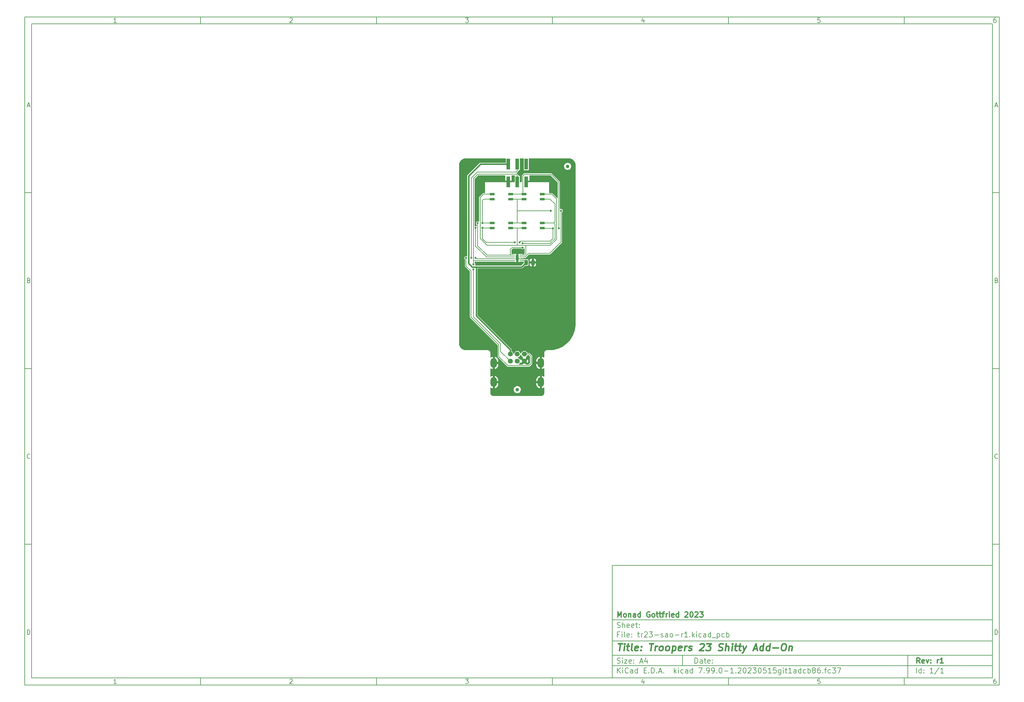
<source format=gbr>
G04 #@! TF.GenerationSoftware,KiCad,Pcbnew,7.99.0-1.20230515git1adcb86.fc37*
G04 #@! TF.CreationDate,2023-06-10T13:46:29+01:00*
G04 #@! TF.ProjectId,tr23-sao-r1,74723233-2d73-4616-9f2d-72312e6b6963,r1*
G04 #@! TF.SameCoordinates,Original*
G04 #@! TF.FileFunction,Copper,L2,Bot*
G04 #@! TF.FilePolarity,Positive*
%FSLAX46Y46*%
G04 Gerber Fmt 4.6, Leading zero omitted, Abs format (unit mm)*
G04 Created by KiCad (PCBNEW 7.99.0-1.20230515git1adcb86.fc37) date 2023-06-10 13:46:29*
%MOMM*%
%LPD*%
G01*
G04 APERTURE LIST*
G04 Aperture macros list*
%AMRoundRect*
0 Rectangle with rounded corners*
0 $1 Rounding radius*
0 $2 $3 $4 $5 $6 $7 $8 $9 X,Y pos of 4 corners*
0 Add a 4 corners polygon primitive as box body*
4,1,4,$2,$3,$4,$5,$6,$7,$8,$9,$2,$3,0*
0 Add four circle primitives for the rounded corners*
1,1,$1+$1,$2,$3*
1,1,$1+$1,$4,$5*
1,1,$1+$1,$6,$7*
1,1,$1+$1,$8,$9*
0 Add four rect primitives between the rounded corners*
20,1,$1+$1,$2,$3,$4,$5,0*
20,1,$1+$1,$4,$5,$6,$7,0*
20,1,$1+$1,$6,$7,$8,$9,0*
20,1,$1+$1,$8,$9,$2,$3,0*%
G04 Aperture macros list end*
%ADD10C,0.100000*%
%ADD11C,0.150000*%
%ADD12C,0.300000*%
%ADD13C,0.400000*%
G04 #@! TA.AperFunction,SMDPad,CuDef*
%ADD14C,1.000000*%
G04 #@! TD*
G04 #@! TA.AperFunction,SMDPad,CuDef*
%ADD15R,1.000000X3.150000*%
G04 #@! TD*
G04 #@! TA.AperFunction,SMDPad,CuDef*
%ADD16RoundRect,0.062500X-0.287500X-0.062500X0.287500X-0.062500X0.287500X0.062500X-0.287500X0.062500X0*%
G04 #@! TD*
G04 #@! TA.AperFunction,SMDPad,CuDef*
%ADD17R,0.900000X1.500000*%
G04 #@! TD*
G04 #@! TA.AperFunction,ComponentPad*
%ADD18C,1.400000*%
G04 #@! TD*
G04 #@! TA.AperFunction,ComponentPad*
%ADD19O,1.800000X2.800000*%
G04 #@! TD*
G04 #@! TA.AperFunction,SMDPad,CuDef*
%ADD20R,1.400000X0.800000*%
G04 #@! TD*
G04 #@! TA.AperFunction,SMDPad,CuDef*
%ADD21RoundRect,0.250000X-0.250000X-0.475000X0.250000X-0.475000X0.250000X0.475000X-0.250000X0.475000X0*%
G04 #@! TD*
G04 #@! TA.AperFunction,ViaPad*
%ADD22C,0.600000*%
G04 #@! TD*
G04 #@! TA.AperFunction,Conductor*
%ADD23C,0.200000*%
G04 #@! TD*
G04 #@! TA.AperFunction,Conductor*
%ADD24C,0.400000*%
G04 #@! TD*
G04 APERTURE END LIST*
D10*
D11*
X177002200Y-166007200D02*
X285002200Y-166007200D01*
X285002200Y-198007200D01*
X177002200Y-198007200D01*
X177002200Y-166007200D01*
D10*
D11*
X10000000Y-10000000D02*
X287002200Y-10000000D01*
X287002200Y-200007200D01*
X10000000Y-200007200D01*
X10000000Y-10000000D01*
D10*
D11*
X12000000Y-12000000D02*
X285002200Y-12000000D01*
X285002200Y-198007200D01*
X12000000Y-198007200D01*
X12000000Y-12000000D01*
D10*
D11*
X60000000Y-12000000D02*
X60000000Y-10000000D01*
D10*
D11*
X110000000Y-12000000D02*
X110000000Y-10000000D01*
D10*
D11*
X160000000Y-12000000D02*
X160000000Y-10000000D01*
D10*
D11*
X210000000Y-12000000D02*
X210000000Y-10000000D01*
D10*
D11*
X260000000Y-12000000D02*
X260000000Y-10000000D01*
D10*
D11*
X36089160Y-11593604D02*
X35346303Y-11593604D01*
X35717731Y-11593604D02*
X35717731Y-10293604D01*
X35717731Y-10293604D02*
X35593922Y-10479319D01*
X35593922Y-10479319D02*
X35470112Y-10603128D01*
X35470112Y-10603128D02*
X35346303Y-10665033D01*
D10*
D11*
X85346303Y-10417414D02*
X85408207Y-10355509D01*
X85408207Y-10355509D02*
X85532017Y-10293604D01*
X85532017Y-10293604D02*
X85841541Y-10293604D01*
X85841541Y-10293604D02*
X85965350Y-10355509D01*
X85965350Y-10355509D02*
X86027255Y-10417414D01*
X86027255Y-10417414D02*
X86089160Y-10541223D01*
X86089160Y-10541223D02*
X86089160Y-10665033D01*
X86089160Y-10665033D02*
X86027255Y-10850747D01*
X86027255Y-10850747D02*
X85284398Y-11593604D01*
X85284398Y-11593604D02*
X86089160Y-11593604D01*
D10*
D11*
X135284398Y-10293604D02*
X136089160Y-10293604D01*
X136089160Y-10293604D02*
X135655826Y-10788842D01*
X135655826Y-10788842D02*
X135841541Y-10788842D01*
X135841541Y-10788842D02*
X135965350Y-10850747D01*
X135965350Y-10850747D02*
X136027255Y-10912652D01*
X136027255Y-10912652D02*
X136089160Y-11036461D01*
X136089160Y-11036461D02*
X136089160Y-11345985D01*
X136089160Y-11345985D02*
X136027255Y-11469795D01*
X136027255Y-11469795D02*
X135965350Y-11531700D01*
X135965350Y-11531700D02*
X135841541Y-11593604D01*
X135841541Y-11593604D02*
X135470112Y-11593604D01*
X135470112Y-11593604D02*
X135346303Y-11531700D01*
X135346303Y-11531700D02*
X135284398Y-11469795D01*
D10*
D11*
X185965350Y-10726938D02*
X185965350Y-11593604D01*
X185655826Y-10231700D02*
X185346303Y-11160271D01*
X185346303Y-11160271D02*
X186151064Y-11160271D01*
D10*
D11*
X236027255Y-10293604D02*
X235408207Y-10293604D01*
X235408207Y-10293604D02*
X235346303Y-10912652D01*
X235346303Y-10912652D02*
X235408207Y-10850747D01*
X235408207Y-10850747D02*
X235532017Y-10788842D01*
X235532017Y-10788842D02*
X235841541Y-10788842D01*
X235841541Y-10788842D02*
X235965350Y-10850747D01*
X235965350Y-10850747D02*
X236027255Y-10912652D01*
X236027255Y-10912652D02*
X236089160Y-11036461D01*
X236089160Y-11036461D02*
X236089160Y-11345985D01*
X236089160Y-11345985D02*
X236027255Y-11469795D01*
X236027255Y-11469795D02*
X235965350Y-11531700D01*
X235965350Y-11531700D02*
X235841541Y-11593604D01*
X235841541Y-11593604D02*
X235532017Y-11593604D01*
X235532017Y-11593604D02*
X235408207Y-11531700D01*
X235408207Y-11531700D02*
X235346303Y-11469795D01*
D10*
D11*
X285965350Y-10293604D02*
X285717731Y-10293604D01*
X285717731Y-10293604D02*
X285593922Y-10355509D01*
X285593922Y-10355509D02*
X285532017Y-10417414D01*
X285532017Y-10417414D02*
X285408207Y-10603128D01*
X285408207Y-10603128D02*
X285346303Y-10850747D01*
X285346303Y-10850747D02*
X285346303Y-11345985D01*
X285346303Y-11345985D02*
X285408207Y-11469795D01*
X285408207Y-11469795D02*
X285470112Y-11531700D01*
X285470112Y-11531700D02*
X285593922Y-11593604D01*
X285593922Y-11593604D02*
X285841541Y-11593604D01*
X285841541Y-11593604D02*
X285965350Y-11531700D01*
X285965350Y-11531700D02*
X286027255Y-11469795D01*
X286027255Y-11469795D02*
X286089160Y-11345985D01*
X286089160Y-11345985D02*
X286089160Y-11036461D01*
X286089160Y-11036461D02*
X286027255Y-10912652D01*
X286027255Y-10912652D02*
X285965350Y-10850747D01*
X285965350Y-10850747D02*
X285841541Y-10788842D01*
X285841541Y-10788842D02*
X285593922Y-10788842D01*
X285593922Y-10788842D02*
X285470112Y-10850747D01*
X285470112Y-10850747D02*
X285408207Y-10912652D01*
X285408207Y-10912652D02*
X285346303Y-11036461D01*
D10*
D11*
X60000000Y-198007200D02*
X60000000Y-200007200D01*
D10*
D11*
X110000000Y-198007200D02*
X110000000Y-200007200D01*
D10*
D11*
X160000000Y-198007200D02*
X160000000Y-200007200D01*
D10*
D11*
X210000000Y-198007200D02*
X210000000Y-200007200D01*
D10*
D11*
X260000000Y-198007200D02*
X260000000Y-200007200D01*
D10*
D11*
X36089160Y-199600804D02*
X35346303Y-199600804D01*
X35717731Y-199600804D02*
X35717731Y-198300804D01*
X35717731Y-198300804D02*
X35593922Y-198486519D01*
X35593922Y-198486519D02*
X35470112Y-198610328D01*
X35470112Y-198610328D02*
X35346303Y-198672233D01*
D10*
D11*
X85346303Y-198424614D02*
X85408207Y-198362709D01*
X85408207Y-198362709D02*
X85532017Y-198300804D01*
X85532017Y-198300804D02*
X85841541Y-198300804D01*
X85841541Y-198300804D02*
X85965350Y-198362709D01*
X85965350Y-198362709D02*
X86027255Y-198424614D01*
X86027255Y-198424614D02*
X86089160Y-198548423D01*
X86089160Y-198548423D02*
X86089160Y-198672233D01*
X86089160Y-198672233D02*
X86027255Y-198857947D01*
X86027255Y-198857947D02*
X85284398Y-199600804D01*
X85284398Y-199600804D02*
X86089160Y-199600804D01*
D10*
D11*
X135284398Y-198300804D02*
X136089160Y-198300804D01*
X136089160Y-198300804D02*
X135655826Y-198796042D01*
X135655826Y-198796042D02*
X135841541Y-198796042D01*
X135841541Y-198796042D02*
X135965350Y-198857947D01*
X135965350Y-198857947D02*
X136027255Y-198919852D01*
X136027255Y-198919852D02*
X136089160Y-199043661D01*
X136089160Y-199043661D02*
X136089160Y-199353185D01*
X136089160Y-199353185D02*
X136027255Y-199476995D01*
X136027255Y-199476995D02*
X135965350Y-199538900D01*
X135965350Y-199538900D02*
X135841541Y-199600804D01*
X135841541Y-199600804D02*
X135470112Y-199600804D01*
X135470112Y-199600804D02*
X135346303Y-199538900D01*
X135346303Y-199538900D02*
X135284398Y-199476995D01*
D10*
D11*
X185965350Y-198734138D02*
X185965350Y-199600804D01*
X185655826Y-198238900D02*
X185346303Y-199167471D01*
X185346303Y-199167471D02*
X186151064Y-199167471D01*
D10*
D11*
X236027255Y-198300804D02*
X235408207Y-198300804D01*
X235408207Y-198300804D02*
X235346303Y-198919852D01*
X235346303Y-198919852D02*
X235408207Y-198857947D01*
X235408207Y-198857947D02*
X235532017Y-198796042D01*
X235532017Y-198796042D02*
X235841541Y-198796042D01*
X235841541Y-198796042D02*
X235965350Y-198857947D01*
X235965350Y-198857947D02*
X236027255Y-198919852D01*
X236027255Y-198919852D02*
X236089160Y-199043661D01*
X236089160Y-199043661D02*
X236089160Y-199353185D01*
X236089160Y-199353185D02*
X236027255Y-199476995D01*
X236027255Y-199476995D02*
X235965350Y-199538900D01*
X235965350Y-199538900D02*
X235841541Y-199600804D01*
X235841541Y-199600804D02*
X235532017Y-199600804D01*
X235532017Y-199600804D02*
X235408207Y-199538900D01*
X235408207Y-199538900D02*
X235346303Y-199476995D01*
D10*
D11*
X285965350Y-198300804D02*
X285717731Y-198300804D01*
X285717731Y-198300804D02*
X285593922Y-198362709D01*
X285593922Y-198362709D02*
X285532017Y-198424614D01*
X285532017Y-198424614D02*
X285408207Y-198610328D01*
X285408207Y-198610328D02*
X285346303Y-198857947D01*
X285346303Y-198857947D02*
X285346303Y-199353185D01*
X285346303Y-199353185D02*
X285408207Y-199476995D01*
X285408207Y-199476995D02*
X285470112Y-199538900D01*
X285470112Y-199538900D02*
X285593922Y-199600804D01*
X285593922Y-199600804D02*
X285841541Y-199600804D01*
X285841541Y-199600804D02*
X285965350Y-199538900D01*
X285965350Y-199538900D02*
X286027255Y-199476995D01*
X286027255Y-199476995D02*
X286089160Y-199353185D01*
X286089160Y-199353185D02*
X286089160Y-199043661D01*
X286089160Y-199043661D02*
X286027255Y-198919852D01*
X286027255Y-198919852D02*
X285965350Y-198857947D01*
X285965350Y-198857947D02*
X285841541Y-198796042D01*
X285841541Y-198796042D02*
X285593922Y-198796042D01*
X285593922Y-198796042D02*
X285470112Y-198857947D01*
X285470112Y-198857947D02*
X285408207Y-198919852D01*
X285408207Y-198919852D02*
X285346303Y-199043661D01*
D10*
D11*
X10000000Y-60000000D02*
X12000000Y-60000000D01*
D10*
D11*
X10000000Y-110000000D02*
X12000000Y-110000000D01*
D10*
D11*
X10000000Y-160000000D02*
X12000000Y-160000000D01*
D10*
D11*
X10789160Y-35222176D02*
X11408207Y-35222176D01*
X10665350Y-35593604D02*
X11098683Y-34293604D01*
X11098683Y-34293604D02*
X11532017Y-35593604D01*
D10*
D11*
X11191541Y-84912652D02*
X11377255Y-84974557D01*
X11377255Y-84974557D02*
X11439160Y-85036461D01*
X11439160Y-85036461D02*
X11501064Y-85160271D01*
X11501064Y-85160271D02*
X11501064Y-85345985D01*
X11501064Y-85345985D02*
X11439160Y-85469795D01*
X11439160Y-85469795D02*
X11377255Y-85531700D01*
X11377255Y-85531700D02*
X11253445Y-85593604D01*
X11253445Y-85593604D02*
X10758207Y-85593604D01*
X10758207Y-85593604D02*
X10758207Y-84293604D01*
X10758207Y-84293604D02*
X11191541Y-84293604D01*
X11191541Y-84293604D02*
X11315350Y-84355509D01*
X11315350Y-84355509D02*
X11377255Y-84417414D01*
X11377255Y-84417414D02*
X11439160Y-84541223D01*
X11439160Y-84541223D02*
X11439160Y-84665033D01*
X11439160Y-84665033D02*
X11377255Y-84788842D01*
X11377255Y-84788842D02*
X11315350Y-84850747D01*
X11315350Y-84850747D02*
X11191541Y-84912652D01*
X11191541Y-84912652D02*
X10758207Y-84912652D01*
D10*
D11*
X11501064Y-135469795D02*
X11439160Y-135531700D01*
X11439160Y-135531700D02*
X11253445Y-135593604D01*
X11253445Y-135593604D02*
X11129636Y-135593604D01*
X11129636Y-135593604D02*
X10943922Y-135531700D01*
X10943922Y-135531700D02*
X10820112Y-135407890D01*
X10820112Y-135407890D02*
X10758207Y-135284080D01*
X10758207Y-135284080D02*
X10696303Y-135036461D01*
X10696303Y-135036461D02*
X10696303Y-134850747D01*
X10696303Y-134850747D02*
X10758207Y-134603128D01*
X10758207Y-134603128D02*
X10820112Y-134479319D01*
X10820112Y-134479319D02*
X10943922Y-134355509D01*
X10943922Y-134355509D02*
X11129636Y-134293604D01*
X11129636Y-134293604D02*
X11253445Y-134293604D01*
X11253445Y-134293604D02*
X11439160Y-134355509D01*
X11439160Y-134355509D02*
X11501064Y-134417414D01*
D10*
D11*
X10758207Y-185593604D02*
X10758207Y-184293604D01*
X10758207Y-184293604D02*
X11067731Y-184293604D01*
X11067731Y-184293604D02*
X11253445Y-184355509D01*
X11253445Y-184355509D02*
X11377255Y-184479319D01*
X11377255Y-184479319D02*
X11439160Y-184603128D01*
X11439160Y-184603128D02*
X11501064Y-184850747D01*
X11501064Y-184850747D02*
X11501064Y-185036461D01*
X11501064Y-185036461D02*
X11439160Y-185284080D01*
X11439160Y-185284080D02*
X11377255Y-185407890D01*
X11377255Y-185407890D02*
X11253445Y-185531700D01*
X11253445Y-185531700D02*
X11067731Y-185593604D01*
X11067731Y-185593604D02*
X10758207Y-185593604D01*
D10*
D11*
X287002200Y-60000000D02*
X285002200Y-60000000D01*
D10*
D11*
X287002200Y-110000000D02*
X285002200Y-110000000D01*
D10*
D11*
X287002200Y-160000000D02*
X285002200Y-160000000D01*
D10*
D11*
X285791360Y-35222176D02*
X286410407Y-35222176D01*
X285667550Y-35593604D02*
X286100883Y-34293604D01*
X286100883Y-34293604D02*
X286534217Y-35593604D01*
D10*
D11*
X286193741Y-84912652D02*
X286379455Y-84974557D01*
X286379455Y-84974557D02*
X286441360Y-85036461D01*
X286441360Y-85036461D02*
X286503264Y-85160271D01*
X286503264Y-85160271D02*
X286503264Y-85345985D01*
X286503264Y-85345985D02*
X286441360Y-85469795D01*
X286441360Y-85469795D02*
X286379455Y-85531700D01*
X286379455Y-85531700D02*
X286255645Y-85593604D01*
X286255645Y-85593604D02*
X285760407Y-85593604D01*
X285760407Y-85593604D02*
X285760407Y-84293604D01*
X285760407Y-84293604D02*
X286193741Y-84293604D01*
X286193741Y-84293604D02*
X286317550Y-84355509D01*
X286317550Y-84355509D02*
X286379455Y-84417414D01*
X286379455Y-84417414D02*
X286441360Y-84541223D01*
X286441360Y-84541223D02*
X286441360Y-84665033D01*
X286441360Y-84665033D02*
X286379455Y-84788842D01*
X286379455Y-84788842D02*
X286317550Y-84850747D01*
X286317550Y-84850747D02*
X286193741Y-84912652D01*
X286193741Y-84912652D02*
X285760407Y-84912652D01*
D10*
D11*
X286503264Y-135469795D02*
X286441360Y-135531700D01*
X286441360Y-135531700D02*
X286255645Y-135593604D01*
X286255645Y-135593604D02*
X286131836Y-135593604D01*
X286131836Y-135593604D02*
X285946122Y-135531700D01*
X285946122Y-135531700D02*
X285822312Y-135407890D01*
X285822312Y-135407890D02*
X285760407Y-135284080D01*
X285760407Y-135284080D02*
X285698503Y-135036461D01*
X285698503Y-135036461D02*
X285698503Y-134850747D01*
X285698503Y-134850747D02*
X285760407Y-134603128D01*
X285760407Y-134603128D02*
X285822312Y-134479319D01*
X285822312Y-134479319D02*
X285946122Y-134355509D01*
X285946122Y-134355509D02*
X286131836Y-134293604D01*
X286131836Y-134293604D02*
X286255645Y-134293604D01*
X286255645Y-134293604D02*
X286441360Y-134355509D01*
X286441360Y-134355509D02*
X286503264Y-134417414D01*
D10*
D11*
X285760407Y-185593604D02*
X285760407Y-184293604D01*
X285760407Y-184293604D02*
X286069931Y-184293604D01*
X286069931Y-184293604D02*
X286255645Y-184355509D01*
X286255645Y-184355509D02*
X286379455Y-184479319D01*
X286379455Y-184479319D02*
X286441360Y-184603128D01*
X286441360Y-184603128D02*
X286503264Y-184850747D01*
X286503264Y-184850747D02*
X286503264Y-185036461D01*
X286503264Y-185036461D02*
X286441360Y-185284080D01*
X286441360Y-185284080D02*
X286379455Y-185407890D01*
X286379455Y-185407890D02*
X286255645Y-185531700D01*
X286255645Y-185531700D02*
X286069931Y-185593604D01*
X286069931Y-185593604D02*
X285760407Y-185593604D01*
D10*
D11*
X200458026Y-193793328D02*
X200458026Y-192293328D01*
X200458026Y-192293328D02*
X200815169Y-192293328D01*
X200815169Y-192293328D02*
X201029455Y-192364757D01*
X201029455Y-192364757D02*
X201172312Y-192507614D01*
X201172312Y-192507614D02*
X201243741Y-192650471D01*
X201243741Y-192650471D02*
X201315169Y-192936185D01*
X201315169Y-192936185D02*
X201315169Y-193150471D01*
X201315169Y-193150471D02*
X201243741Y-193436185D01*
X201243741Y-193436185D02*
X201172312Y-193579042D01*
X201172312Y-193579042D02*
X201029455Y-193721900D01*
X201029455Y-193721900D02*
X200815169Y-193793328D01*
X200815169Y-193793328D02*
X200458026Y-193793328D01*
X202600884Y-193793328D02*
X202600884Y-193007614D01*
X202600884Y-193007614D02*
X202529455Y-192864757D01*
X202529455Y-192864757D02*
X202386598Y-192793328D01*
X202386598Y-192793328D02*
X202100884Y-192793328D01*
X202100884Y-192793328D02*
X201958026Y-192864757D01*
X202600884Y-193721900D02*
X202458026Y-193793328D01*
X202458026Y-193793328D02*
X202100884Y-193793328D01*
X202100884Y-193793328D02*
X201958026Y-193721900D01*
X201958026Y-193721900D02*
X201886598Y-193579042D01*
X201886598Y-193579042D02*
X201886598Y-193436185D01*
X201886598Y-193436185D02*
X201958026Y-193293328D01*
X201958026Y-193293328D02*
X202100884Y-193221900D01*
X202100884Y-193221900D02*
X202458026Y-193221900D01*
X202458026Y-193221900D02*
X202600884Y-193150471D01*
X203100884Y-192793328D02*
X203672312Y-192793328D01*
X203315169Y-192293328D02*
X203315169Y-193579042D01*
X203315169Y-193579042D02*
X203386598Y-193721900D01*
X203386598Y-193721900D02*
X203529455Y-193793328D01*
X203529455Y-193793328D02*
X203672312Y-193793328D01*
X204743741Y-193721900D02*
X204600884Y-193793328D01*
X204600884Y-193793328D02*
X204315170Y-193793328D01*
X204315170Y-193793328D02*
X204172312Y-193721900D01*
X204172312Y-193721900D02*
X204100884Y-193579042D01*
X204100884Y-193579042D02*
X204100884Y-193007614D01*
X204100884Y-193007614D02*
X204172312Y-192864757D01*
X204172312Y-192864757D02*
X204315170Y-192793328D01*
X204315170Y-192793328D02*
X204600884Y-192793328D01*
X204600884Y-192793328D02*
X204743741Y-192864757D01*
X204743741Y-192864757D02*
X204815170Y-193007614D01*
X204815170Y-193007614D02*
X204815170Y-193150471D01*
X204815170Y-193150471D02*
X204100884Y-193293328D01*
X205458026Y-193650471D02*
X205529455Y-193721900D01*
X205529455Y-193721900D02*
X205458026Y-193793328D01*
X205458026Y-193793328D02*
X205386598Y-193721900D01*
X205386598Y-193721900D02*
X205458026Y-193650471D01*
X205458026Y-193650471D02*
X205458026Y-193793328D01*
X205458026Y-192864757D02*
X205529455Y-192936185D01*
X205529455Y-192936185D02*
X205458026Y-193007614D01*
X205458026Y-193007614D02*
X205386598Y-192936185D01*
X205386598Y-192936185D02*
X205458026Y-192864757D01*
X205458026Y-192864757D02*
X205458026Y-193007614D01*
D10*
D11*
X177002200Y-194507200D02*
X285002200Y-194507200D01*
D10*
D11*
X178458026Y-196593328D02*
X178458026Y-195093328D01*
X179315169Y-196593328D02*
X178672312Y-195736185D01*
X179315169Y-195093328D02*
X178458026Y-195950471D01*
X179958026Y-196593328D02*
X179958026Y-195593328D01*
X179958026Y-195093328D02*
X179886598Y-195164757D01*
X179886598Y-195164757D02*
X179958026Y-195236185D01*
X179958026Y-195236185D02*
X180029455Y-195164757D01*
X180029455Y-195164757D02*
X179958026Y-195093328D01*
X179958026Y-195093328D02*
X179958026Y-195236185D01*
X181529455Y-196450471D02*
X181458027Y-196521900D01*
X181458027Y-196521900D02*
X181243741Y-196593328D01*
X181243741Y-196593328D02*
X181100884Y-196593328D01*
X181100884Y-196593328D02*
X180886598Y-196521900D01*
X180886598Y-196521900D02*
X180743741Y-196379042D01*
X180743741Y-196379042D02*
X180672312Y-196236185D01*
X180672312Y-196236185D02*
X180600884Y-195950471D01*
X180600884Y-195950471D02*
X180600884Y-195736185D01*
X180600884Y-195736185D02*
X180672312Y-195450471D01*
X180672312Y-195450471D02*
X180743741Y-195307614D01*
X180743741Y-195307614D02*
X180886598Y-195164757D01*
X180886598Y-195164757D02*
X181100884Y-195093328D01*
X181100884Y-195093328D02*
X181243741Y-195093328D01*
X181243741Y-195093328D02*
X181458027Y-195164757D01*
X181458027Y-195164757D02*
X181529455Y-195236185D01*
X182815170Y-196593328D02*
X182815170Y-195807614D01*
X182815170Y-195807614D02*
X182743741Y-195664757D01*
X182743741Y-195664757D02*
X182600884Y-195593328D01*
X182600884Y-195593328D02*
X182315170Y-195593328D01*
X182315170Y-195593328D02*
X182172312Y-195664757D01*
X182815170Y-196521900D02*
X182672312Y-196593328D01*
X182672312Y-196593328D02*
X182315170Y-196593328D01*
X182315170Y-196593328D02*
X182172312Y-196521900D01*
X182172312Y-196521900D02*
X182100884Y-196379042D01*
X182100884Y-196379042D02*
X182100884Y-196236185D01*
X182100884Y-196236185D02*
X182172312Y-196093328D01*
X182172312Y-196093328D02*
X182315170Y-196021900D01*
X182315170Y-196021900D02*
X182672312Y-196021900D01*
X182672312Y-196021900D02*
X182815170Y-195950471D01*
X184172313Y-196593328D02*
X184172313Y-195093328D01*
X184172313Y-196521900D02*
X184029455Y-196593328D01*
X184029455Y-196593328D02*
X183743741Y-196593328D01*
X183743741Y-196593328D02*
X183600884Y-196521900D01*
X183600884Y-196521900D02*
X183529455Y-196450471D01*
X183529455Y-196450471D02*
X183458027Y-196307614D01*
X183458027Y-196307614D02*
X183458027Y-195879042D01*
X183458027Y-195879042D02*
X183529455Y-195736185D01*
X183529455Y-195736185D02*
X183600884Y-195664757D01*
X183600884Y-195664757D02*
X183743741Y-195593328D01*
X183743741Y-195593328D02*
X184029455Y-195593328D01*
X184029455Y-195593328D02*
X184172313Y-195664757D01*
X186029455Y-195807614D02*
X186529455Y-195807614D01*
X186743741Y-196593328D02*
X186029455Y-196593328D01*
X186029455Y-196593328D02*
X186029455Y-195093328D01*
X186029455Y-195093328D02*
X186743741Y-195093328D01*
X187386598Y-196450471D02*
X187458027Y-196521900D01*
X187458027Y-196521900D02*
X187386598Y-196593328D01*
X187386598Y-196593328D02*
X187315170Y-196521900D01*
X187315170Y-196521900D02*
X187386598Y-196450471D01*
X187386598Y-196450471D02*
X187386598Y-196593328D01*
X188100884Y-196593328D02*
X188100884Y-195093328D01*
X188100884Y-195093328D02*
X188458027Y-195093328D01*
X188458027Y-195093328D02*
X188672313Y-195164757D01*
X188672313Y-195164757D02*
X188815170Y-195307614D01*
X188815170Y-195307614D02*
X188886599Y-195450471D01*
X188886599Y-195450471D02*
X188958027Y-195736185D01*
X188958027Y-195736185D02*
X188958027Y-195950471D01*
X188958027Y-195950471D02*
X188886599Y-196236185D01*
X188886599Y-196236185D02*
X188815170Y-196379042D01*
X188815170Y-196379042D02*
X188672313Y-196521900D01*
X188672313Y-196521900D02*
X188458027Y-196593328D01*
X188458027Y-196593328D02*
X188100884Y-196593328D01*
X189600884Y-196450471D02*
X189672313Y-196521900D01*
X189672313Y-196521900D02*
X189600884Y-196593328D01*
X189600884Y-196593328D02*
X189529456Y-196521900D01*
X189529456Y-196521900D02*
X189600884Y-196450471D01*
X189600884Y-196450471D02*
X189600884Y-196593328D01*
X190243742Y-196164757D02*
X190958028Y-196164757D01*
X190100885Y-196593328D02*
X190600885Y-195093328D01*
X190600885Y-195093328D02*
X191100885Y-196593328D01*
X191600884Y-196450471D02*
X191672313Y-196521900D01*
X191672313Y-196521900D02*
X191600884Y-196593328D01*
X191600884Y-196593328D02*
X191529456Y-196521900D01*
X191529456Y-196521900D02*
X191600884Y-196450471D01*
X191600884Y-196450471D02*
X191600884Y-196593328D01*
X194600884Y-196593328D02*
X194600884Y-195093328D01*
X194743742Y-196021900D02*
X195172313Y-196593328D01*
X195172313Y-195593328D02*
X194600884Y-196164757D01*
X195815170Y-196593328D02*
X195815170Y-195593328D01*
X195815170Y-195093328D02*
X195743742Y-195164757D01*
X195743742Y-195164757D02*
X195815170Y-195236185D01*
X195815170Y-195236185D02*
X195886599Y-195164757D01*
X195886599Y-195164757D02*
X195815170Y-195093328D01*
X195815170Y-195093328D02*
X195815170Y-195236185D01*
X197172314Y-196521900D02*
X197029456Y-196593328D01*
X197029456Y-196593328D02*
X196743742Y-196593328D01*
X196743742Y-196593328D02*
X196600885Y-196521900D01*
X196600885Y-196521900D02*
X196529456Y-196450471D01*
X196529456Y-196450471D02*
X196458028Y-196307614D01*
X196458028Y-196307614D02*
X196458028Y-195879042D01*
X196458028Y-195879042D02*
X196529456Y-195736185D01*
X196529456Y-195736185D02*
X196600885Y-195664757D01*
X196600885Y-195664757D02*
X196743742Y-195593328D01*
X196743742Y-195593328D02*
X197029456Y-195593328D01*
X197029456Y-195593328D02*
X197172314Y-195664757D01*
X198458028Y-196593328D02*
X198458028Y-195807614D01*
X198458028Y-195807614D02*
X198386599Y-195664757D01*
X198386599Y-195664757D02*
X198243742Y-195593328D01*
X198243742Y-195593328D02*
X197958028Y-195593328D01*
X197958028Y-195593328D02*
X197815170Y-195664757D01*
X198458028Y-196521900D02*
X198315170Y-196593328D01*
X198315170Y-196593328D02*
X197958028Y-196593328D01*
X197958028Y-196593328D02*
X197815170Y-196521900D01*
X197815170Y-196521900D02*
X197743742Y-196379042D01*
X197743742Y-196379042D02*
X197743742Y-196236185D01*
X197743742Y-196236185D02*
X197815170Y-196093328D01*
X197815170Y-196093328D02*
X197958028Y-196021900D01*
X197958028Y-196021900D02*
X198315170Y-196021900D01*
X198315170Y-196021900D02*
X198458028Y-195950471D01*
X199815171Y-196593328D02*
X199815171Y-195093328D01*
X199815171Y-196521900D02*
X199672313Y-196593328D01*
X199672313Y-196593328D02*
X199386599Y-196593328D01*
X199386599Y-196593328D02*
X199243742Y-196521900D01*
X199243742Y-196521900D02*
X199172313Y-196450471D01*
X199172313Y-196450471D02*
X199100885Y-196307614D01*
X199100885Y-196307614D02*
X199100885Y-195879042D01*
X199100885Y-195879042D02*
X199172313Y-195736185D01*
X199172313Y-195736185D02*
X199243742Y-195664757D01*
X199243742Y-195664757D02*
X199386599Y-195593328D01*
X199386599Y-195593328D02*
X199672313Y-195593328D01*
X199672313Y-195593328D02*
X199815171Y-195664757D01*
X201529456Y-195093328D02*
X202529456Y-195093328D01*
X202529456Y-195093328D02*
X201886599Y-196593328D01*
X203100884Y-196450471D02*
X203172313Y-196521900D01*
X203172313Y-196521900D02*
X203100884Y-196593328D01*
X203100884Y-196593328D02*
X203029456Y-196521900D01*
X203029456Y-196521900D02*
X203100884Y-196450471D01*
X203100884Y-196450471D02*
X203100884Y-196593328D01*
X203886599Y-196593328D02*
X204172313Y-196593328D01*
X204172313Y-196593328D02*
X204315170Y-196521900D01*
X204315170Y-196521900D02*
X204386599Y-196450471D01*
X204386599Y-196450471D02*
X204529456Y-196236185D01*
X204529456Y-196236185D02*
X204600885Y-195950471D01*
X204600885Y-195950471D02*
X204600885Y-195379042D01*
X204600885Y-195379042D02*
X204529456Y-195236185D01*
X204529456Y-195236185D02*
X204458028Y-195164757D01*
X204458028Y-195164757D02*
X204315170Y-195093328D01*
X204315170Y-195093328D02*
X204029456Y-195093328D01*
X204029456Y-195093328D02*
X203886599Y-195164757D01*
X203886599Y-195164757D02*
X203815170Y-195236185D01*
X203815170Y-195236185D02*
X203743742Y-195379042D01*
X203743742Y-195379042D02*
X203743742Y-195736185D01*
X203743742Y-195736185D02*
X203815170Y-195879042D01*
X203815170Y-195879042D02*
X203886599Y-195950471D01*
X203886599Y-195950471D02*
X204029456Y-196021900D01*
X204029456Y-196021900D02*
X204315170Y-196021900D01*
X204315170Y-196021900D02*
X204458028Y-195950471D01*
X204458028Y-195950471D02*
X204529456Y-195879042D01*
X204529456Y-195879042D02*
X204600885Y-195736185D01*
X205315170Y-196593328D02*
X205600884Y-196593328D01*
X205600884Y-196593328D02*
X205743741Y-196521900D01*
X205743741Y-196521900D02*
X205815170Y-196450471D01*
X205815170Y-196450471D02*
X205958027Y-196236185D01*
X205958027Y-196236185D02*
X206029456Y-195950471D01*
X206029456Y-195950471D02*
X206029456Y-195379042D01*
X206029456Y-195379042D02*
X205958027Y-195236185D01*
X205958027Y-195236185D02*
X205886599Y-195164757D01*
X205886599Y-195164757D02*
X205743741Y-195093328D01*
X205743741Y-195093328D02*
X205458027Y-195093328D01*
X205458027Y-195093328D02*
X205315170Y-195164757D01*
X205315170Y-195164757D02*
X205243741Y-195236185D01*
X205243741Y-195236185D02*
X205172313Y-195379042D01*
X205172313Y-195379042D02*
X205172313Y-195736185D01*
X205172313Y-195736185D02*
X205243741Y-195879042D01*
X205243741Y-195879042D02*
X205315170Y-195950471D01*
X205315170Y-195950471D02*
X205458027Y-196021900D01*
X205458027Y-196021900D02*
X205743741Y-196021900D01*
X205743741Y-196021900D02*
X205886599Y-195950471D01*
X205886599Y-195950471D02*
X205958027Y-195879042D01*
X205958027Y-195879042D02*
X206029456Y-195736185D01*
X206672312Y-196450471D02*
X206743741Y-196521900D01*
X206743741Y-196521900D02*
X206672312Y-196593328D01*
X206672312Y-196593328D02*
X206600884Y-196521900D01*
X206600884Y-196521900D02*
X206672312Y-196450471D01*
X206672312Y-196450471D02*
X206672312Y-196593328D01*
X207672313Y-195093328D02*
X207815170Y-195093328D01*
X207815170Y-195093328D02*
X207958027Y-195164757D01*
X207958027Y-195164757D02*
X208029456Y-195236185D01*
X208029456Y-195236185D02*
X208100884Y-195379042D01*
X208100884Y-195379042D02*
X208172313Y-195664757D01*
X208172313Y-195664757D02*
X208172313Y-196021900D01*
X208172313Y-196021900D02*
X208100884Y-196307614D01*
X208100884Y-196307614D02*
X208029456Y-196450471D01*
X208029456Y-196450471D02*
X207958027Y-196521900D01*
X207958027Y-196521900D02*
X207815170Y-196593328D01*
X207815170Y-196593328D02*
X207672313Y-196593328D01*
X207672313Y-196593328D02*
X207529456Y-196521900D01*
X207529456Y-196521900D02*
X207458027Y-196450471D01*
X207458027Y-196450471D02*
X207386598Y-196307614D01*
X207386598Y-196307614D02*
X207315170Y-196021900D01*
X207315170Y-196021900D02*
X207315170Y-195664757D01*
X207315170Y-195664757D02*
X207386598Y-195379042D01*
X207386598Y-195379042D02*
X207458027Y-195236185D01*
X207458027Y-195236185D02*
X207529456Y-195164757D01*
X207529456Y-195164757D02*
X207672313Y-195093328D01*
X208815169Y-196021900D02*
X209958027Y-196021900D01*
X211458027Y-196593328D02*
X210600884Y-196593328D01*
X211029455Y-196593328D02*
X211029455Y-195093328D01*
X211029455Y-195093328D02*
X210886598Y-195307614D01*
X210886598Y-195307614D02*
X210743741Y-195450471D01*
X210743741Y-195450471D02*
X210600884Y-195521900D01*
X212100883Y-196450471D02*
X212172312Y-196521900D01*
X212172312Y-196521900D02*
X212100883Y-196593328D01*
X212100883Y-196593328D02*
X212029455Y-196521900D01*
X212029455Y-196521900D02*
X212100883Y-196450471D01*
X212100883Y-196450471D02*
X212100883Y-196593328D01*
X212743741Y-195236185D02*
X212815169Y-195164757D01*
X212815169Y-195164757D02*
X212958027Y-195093328D01*
X212958027Y-195093328D02*
X213315169Y-195093328D01*
X213315169Y-195093328D02*
X213458027Y-195164757D01*
X213458027Y-195164757D02*
X213529455Y-195236185D01*
X213529455Y-195236185D02*
X213600884Y-195379042D01*
X213600884Y-195379042D02*
X213600884Y-195521900D01*
X213600884Y-195521900D02*
X213529455Y-195736185D01*
X213529455Y-195736185D02*
X212672312Y-196593328D01*
X212672312Y-196593328D02*
X213600884Y-196593328D01*
X214529455Y-195093328D02*
X214672312Y-195093328D01*
X214672312Y-195093328D02*
X214815169Y-195164757D01*
X214815169Y-195164757D02*
X214886598Y-195236185D01*
X214886598Y-195236185D02*
X214958026Y-195379042D01*
X214958026Y-195379042D02*
X215029455Y-195664757D01*
X215029455Y-195664757D02*
X215029455Y-196021900D01*
X215029455Y-196021900D02*
X214958026Y-196307614D01*
X214958026Y-196307614D02*
X214886598Y-196450471D01*
X214886598Y-196450471D02*
X214815169Y-196521900D01*
X214815169Y-196521900D02*
X214672312Y-196593328D01*
X214672312Y-196593328D02*
X214529455Y-196593328D01*
X214529455Y-196593328D02*
X214386598Y-196521900D01*
X214386598Y-196521900D02*
X214315169Y-196450471D01*
X214315169Y-196450471D02*
X214243740Y-196307614D01*
X214243740Y-196307614D02*
X214172312Y-196021900D01*
X214172312Y-196021900D02*
X214172312Y-195664757D01*
X214172312Y-195664757D02*
X214243740Y-195379042D01*
X214243740Y-195379042D02*
X214315169Y-195236185D01*
X214315169Y-195236185D02*
X214386598Y-195164757D01*
X214386598Y-195164757D02*
X214529455Y-195093328D01*
X215600883Y-195236185D02*
X215672311Y-195164757D01*
X215672311Y-195164757D02*
X215815169Y-195093328D01*
X215815169Y-195093328D02*
X216172311Y-195093328D01*
X216172311Y-195093328D02*
X216315169Y-195164757D01*
X216315169Y-195164757D02*
X216386597Y-195236185D01*
X216386597Y-195236185D02*
X216458026Y-195379042D01*
X216458026Y-195379042D02*
X216458026Y-195521900D01*
X216458026Y-195521900D02*
X216386597Y-195736185D01*
X216386597Y-195736185D02*
X215529454Y-196593328D01*
X215529454Y-196593328D02*
X216458026Y-196593328D01*
X216958025Y-195093328D02*
X217886597Y-195093328D01*
X217886597Y-195093328D02*
X217386597Y-195664757D01*
X217386597Y-195664757D02*
X217600882Y-195664757D01*
X217600882Y-195664757D02*
X217743740Y-195736185D01*
X217743740Y-195736185D02*
X217815168Y-195807614D01*
X217815168Y-195807614D02*
X217886597Y-195950471D01*
X217886597Y-195950471D02*
X217886597Y-196307614D01*
X217886597Y-196307614D02*
X217815168Y-196450471D01*
X217815168Y-196450471D02*
X217743740Y-196521900D01*
X217743740Y-196521900D02*
X217600882Y-196593328D01*
X217600882Y-196593328D02*
X217172311Y-196593328D01*
X217172311Y-196593328D02*
X217029454Y-196521900D01*
X217029454Y-196521900D02*
X216958025Y-196450471D01*
X218815168Y-195093328D02*
X218958025Y-195093328D01*
X218958025Y-195093328D02*
X219100882Y-195164757D01*
X219100882Y-195164757D02*
X219172311Y-195236185D01*
X219172311Y-195236185D02*
X219243739Y-195379042D01*
X219243739Y-195379042D02*
X219315168Y-195664757D01*
X219315168Y-195664757D02*
X219315168Y-196021900D01*
X219315168Y-196021900D02*
X219243739Y-196307614D01*
X219243739Y-196307614D02*
X219172311Y-196450471D01*
X219172311Y-196450471D02*
X219100882Y-196521900D01*
X219100882Y-196521900D02*
X218958025Y-196593328D01*
X218958025Y-196593328D02*
X218815168Y-196593328D01*
X218815168Y-196593328D02*
X218672311Y-196521900D01*
X218672311Y-196521900D02*
X218600882Y-196450471D01*
X218600882Y-196450471D02*
X218529453Y-196307614D01*
X218529453Y-196307614D02*
X218458025Y-196021900D01*
X218458025Y-196021900D02*
X218458025Y-195664757D01*
X218458025Y-195664757D02*
X218529453Y-195379042D01*
X218529453Y-195379042D02*
X218600882Y-195236185D01*
X218600882Y-195236185D02*
X218672311Y-195164757D01*
X218672311Y-195164757D02*
X218815168Y-195093328D01*
X220672310Y-195093328D02*
X219958024Y-195093328D01*
X219958024Y-195093328D02*
X219886596Y-195807614D01*
X219886596Y-195807614D02*
X219958024Y-195736185D01*
X219958024Y-195736185D02*
X220100882Y-195664757D01*
X220100882Y-195664757D02*
X220458024Y-195664757D01*
X220458024Y-195664757D02*
X220600882Y-195736185D01*
X220600882Y-195736185D02*
X220672310Y-195807614D01*
X220672310Y-195807614D02*
X220743739Y-195950471D01*
X220743739Y-195950471D02*
X220743739Y-196307614D01*
X220743739Y-196307614D02*
X220672310Y-196450471D01*
X220672310Y-196450471D02*
X220600882Y-196521900D01*
X220600882Y-196521900D02*
X220458024Y-196593328D01*
X220458024Y-196593328D02*
X220100882Y-196593328D01*
X220100882Y-196593328D02*
X219958024Y-196521900D01*
X219958024Y-196521900D02*
X219886596Y-196450471D01*
X222172310Y-196593328D02*
X221315167Y-196593328D01*
X221743738Y-196593328D02*
X221743738Y-195093328D01*
X221743738Y-195093328D02*
X221600881Y-195307614D01*
X221600881Y-195307614D02*
X221458024Y-195450471D01*
X221458024Y-195450471D02*
X221315167Y-195521900D01*
X223529452Y-195093328D02*
X222815166Y-195093328D01*
X222815166Y-195093328D02*
X222743738Y-195807614D01*
X222743738Y-195807614D02*
X222815166Y-195736185D01*
X222815166Y-195736185D02*
X222958024Y-195664757D01*
X222958024Y-195664757D02*
X223315166Y-195664757D01*
X223315166Y-195664757D02*
X223458024Y-195736185D01*
X223458024Y-195736185D02*
X223529452Y-195807614D01*
X223529452Y-195807614D02*
X223600881Y-195950471D01*
X223600881Y-195950471D02*
X223600881Y-196307614D01*
X223600881Y-196307614D02*
X223529452Y-196450471D01*
X223529452Y-196450471D02*
X223458024Y-196521900D01*
X223458024Y-196521900D02*
X223315166Y-196593328D01*
X223315166Y-196593328D02*
X222958024Y-196593328D01*
X222958024Y-196593328D02*
X222815166Y-196521900D01*
X222815166Y-196521900D02*
X222743738Y-196450471D01*
X224886595Y-195593328D02*
X224886595Y-196807614D01*
X224886595Y-196807614D02*
X224815166Y-196950471D01*
X224815166Y-196950471D02*
X224743737Y-197021900D01*
X224743737Y-197021900D02*
X224600880Y-197093328D01*
X224600880Y-197093328D02*
X224386595Y-197093328D01*
X224386595Y-197093328D02*
X224243737Y-197021900D01*
X224886595Y-196521900D02*
X224743737Y-196593328D01*
X224743737Y-196593328D02*
X224458023Y-196593328D01*
X224458023Y-196593328D02*
X224315166Y-196521900D01*
X224315166Y-196521900D02*
X224243737Y-196450471D01*
X224243737Y-196450471D02*
X224172309Y-196307614D01*
X224172309Y-196307614D02*
X224172309Y-195879042D01*
X224172309Y-195879042D02*
X224243737Y-195736185D01*
X224243737Y-195736185D02*
X224315166Y-195664757D01*
X224315166Y-195664757D02*
X224458023Y-195593328D01*
X224458023Y-195593328D02*
X224743737Y-195593328D01*
X224743737Y-195593328D02*
X224886595Y-195664757D01*
X225600880Y-196593328D02*
X225600880Y-195593328D01*
X225600880Y-195093328D02*
X225529452Y-195164757D01*
X225529452Y-195164757D02*
X225600880Y-195236185D01*
X225600880Y-195236185D02*
X225672309Y-195164757D01*
X225672309Y-195164757D02*
X225600880Y-195093328D01*
X225600880Y-195093328D02*
X225600880Y-195236185D01*
X226100881Y-195593328D02*
X226672309Y-195593328D01*
X226315166Y-195093328D02*
X226315166Y-196379042D01*
X226315166Y-196379042D02*
X226386595Y-196521900D01*
X226386595Y-196521900D02*
X226529452Y-196593328D01*
X226529452Y-196593328D02*
X226672309Y-196593328D01*
X227958024Y-196593328D02*
X227100881Y-196593328D01*
X227529452Y-196593328D02*
X227529452Y-195093328D01*
X227529452Y-195093328D02*
X227386595Y-195307614D01*
X227386595Y-195307614D02*
X227243738Y-195450471D01*
X227243738Y-195450471D02*
X227100881Y-195521900D01*
X229243738Y-196593328D02*
X229243738Y-195807614D01*
X229243738Y-195807614D02*
X229172309Y-195664757D01*
X229172309Y-195664757D02*
X229029452Y-195593328D01*
X229029452Y-195593328D02*
X228743738Y-195593328D01*
X228743738Y-195593328D02*
X228600880Y-195664757D01*
X229243738Y-196521900D02*
X229100880Y-196593328D01*
X229100880Y-196593328D02*
X228743738Y-196593328D01*
X228743738Y-196593328D02*
X228600880Y-196521900D01*
X228600880Y-196521900D02*
X228529452Y-196379042D01*
X228529452Y-196379042D02*
X228529452Y-196236185D01*
X228529452Y-196236185D02*
X228600880Y-196093328D01*
X228600880Y-196093328D02*
X228743738Y-196021900D01*
X228743738Y-196021900D02*
X229100880Y-196021900D01*
X229100880Y-196021900D02*
X229243738Y-195950471D01*
X230600881Y-196593328D02*
X230600881Y-195093328D01*
X230600881Y-196521900D02*
X230458023Y-196593328D01*
X230458023Y-196593328D02*
X230172309Y-196593328D01*
X230172309Y-196593328D02*
X230029452Y-196521900D01*
X230029452Y-196521900D02*
X229958023Y-196450471D01*
X229958023Y-196450471D02*
X229886595Y-196307614D01*
X229886595Y-196307614D02*
X229886595Y-195879042D01*
X229886595Y-195879042D02*
X229958023Y-195736185D01*
X229958023Y-195736185D02*
X230029452Y-195664757D01*
X230029452Y-195664757D02*
X230172309Y-195593328D01*
X230172309Y-195593328D02*
X230458023Y-195593328D01*
X230458023Y-195593328D02*
X230600881Y-195664757D01*
X231958024Y-196521900D02*
X231815166Y-196593328D01*
X231815166Y-196593328D02*
X231529452Y-196593328D01*
X231529452Y-196593328D02*
X231386595Y-196521900D01*
X231386595Y-196521900D02*
X231315166Y-196450471D01*
X231315166Y-196450471D02*
X231243738Y-196307614D01*
X231243738Y-196307614D02*
X231243738Y-195879042D01*
X231243738Y-195879042D02*
X231315166Y-195736185D01*
X231315166Y-195736185D02*
X231386595Y-195664757D01*
X231386595Y-195664757D02*
X231529452Y-195593328D01*
X231529452Y-195593328D02*
X231815166Y-195593328D01*
X231815166Y-195593328D02*
X231958024Y-195664757D01*
X232600880Y-196593328D02*
X232600880Y-195093328D01*
X232600880Y-195664757D02*
X232743738Y-195593328D01*
X232743738Y-195593328D02*
X233029452Y-195593328D01*
X233029452Y-195593328D02*
X233172309Y-195664757D01*
X233172309Y-195664757D02*
X233243738Y-195736185D01*
X233243738Y-195736185D02*
X233315166Y-195879042D01*
X233315166Y-195879042D02*
X233315166Y-196307614D01*
X233315166Y-196307614D02*
X233243738Y-196450471D01*
X233243738Y-196450471D02*
X233172309Y-196521900D01*
X233172309Y-196521900D02*
X233029452Y-196593328D01*
X233029452Y-196593328D02*
X232743738Y-196593328D01*
X232743738Y-196593328D02*
X232600880Y-196521900D01*
X234172309Y-195736185D02*
X234029452Y-195664757D01*
X234029452Y-195664757D02*
X233958023Y-195593328D01*
X233958023Y-195593328D02*
X233886595Y-195450471D01*
X233886595Y-195450471D02*
X233886595Y-195379042D01*
X233886595Y-195379042D02*
X233958023Y-195236185D01*
X233958023Y-195236185D02*
X234029452Y-195164757D01*
X234029452Y-195164757D02*
X234172309Y-195093328D01*
X234172309Y-195093328D02*
X234458023Y-195093328D01*
X234458023Y-195093328D02*
X234600881Y-195164757D01*
X234600881Y-195164757D02*
X234672309Y-195236185D01*
X234672309Y-195236185D02*
X234743738Y-195379042D01*
X234743738Y-195379042D02*
X234743738Y-195450471D01*
X234743738Y-195450471D02*
X234672309Y-195593328D01*
X234672309Y-195593328D02*
X234600881Y-195664757D01*
X234600881Y-195664757D02*
X234458023Y-195736185D01*
X234458023Y-195736185D02*
X234172309Y-195736185D01*
X234172309Y-195736185D02*
X234029452Y-195807614D01*
X234029452Y-195807614D02*
X233958023Y-195879042D01*
X233958023Y-195879042D02*
X233886595Y-196021900D01*
X233886595Y-196021900D02*
X233886595Y-196307614D01*
X233886595Y-196307614D02*
X233958023Y-196450471D01*
X233958023Y-196450471D02*
X234029452Y-196521900D01*
X234029452Y-196521900D02*
X234172309Y-196593328D01*
X234172309Y-196593328D02*
X234458023Y-196593328D01*
X234458023Y-196593328D02*
X234600881Y-196521900D01*
X234600881Y-196521900D02*
X234672309Y-196450471D01*
X234672309Y-196450471D02*
X234743738Y-196307614D01*
X234743738Y-196307614D02*
X234743738Y-196021900D01*
X234743738Y-196021900D02*
X234672309Y-195879042D01*
X234672309Y-195879042D02*
X234600881Y-195807614D01*
X234600881Y-195807614D02*
X234458023Y-195736185D01*
X236029452Y-195093328D02*
X235743737Y-195093328D01*
X235743737Y-195093328D02*
X235600880Y-195164757D01*
X235600880Y-195164757D02*
X235529452Y-195236185D01*
X235529452Y-195236185D02*
X235386594Y-195450471D01*
X235386594Y-195450471D02*
X235315166Y-195736185D01*
X235315166Y-195736185D02*
X235315166Y-196307614D01*
X235315166Y-196307614D02*
X235386594Y-196450471D01*
X235386594Y-196450471D02*
X235458023Y-196521900D01*
X235458023Y-196521900D02*
X235600880Y-196593328D01*
X235600880Y-196593328D02*
X235886594Y-196593328D01*
X235886594Y-196593328D02*
X236029452Y-196521900D01*
X236029452Y-196521900D02*
X236100880Y-196450471D01*
X236100880Y-196450471D02*
X236172309Y-196307614D01*
X236172309Y-196307614D02*
X236172309Y-195950471D01*
X236172309Y-195950471D02*
X236100880Y-195807614D01*
X236100880Y-195807614D02*
X236029452Y-195736185D01*
X236029452Y-195736185D02*
X235886594Y-195664757D01*
X235886594Y-195664757D02*
X235600880Y-195664757D01*
X235600880Y-195664757D02*
X235458023Y-195736185D01*
X235458023Y-195736185D02*
X235386594Y-195807614D01*
X235386594Y-195807614D02*
X235315166Y-195950471D01*
X236815165Y-196450471D02*
X236886594Y-196521900D01*
X236886594Y-196521900D02*
X236815165Y-196593328D01*
X236815165Y-196593328D02*
X236743737Y-196521900D01*
X236743737Y-196521900D02*
X236815165Y-196450471D01*
X236815165Y-196450471D02*
X236815165Y-196593328D01*
X237315166Y-195593328D02*
X237886594Y-195593328D01*
X237529451Y-196593328D02*
X237529451Y-195307614D01*
X237529451Y-195307614D02*
X237600880Y-195164757D01*
X237600880Y-195164757D02*
X237743737Y-195093328D01*
X237743737Y-195093328D02*
X237886594Y-195093328D01*
X239029452Y-196521900D02*
X238886594Y-196593328D01*
X238886594Y-196593328D02*
X238600880Y-196593328D01*
X238600880Y-196593328D02*
X238458023Y-196521900D01*
X238458023Y-196521900D02*
X238386594Y-196450471D01*
X238386594Y-196450471D02*
X238315166Y-196307614D01*
X238315166Y-196307614D02*
X238315166Y-195879042D01*
X238315166Y-195879042D02*
X238386594Y-195736185D01*
X238386594Y-195736185D02*
X238458023Y-195664757D01*
X238458023Y-195664757D02*
X238600880Y-195593328D01*
X238600880Y-195593328D02*
X238886594Y-195593328D01*
X238886594Y-195593328D02*
X239029452Y-195664757D01*
X239529451Y-195093328D02*
X240458023Y-195093328D01*
X240458023Y-195093328D02*
X239958023Y-195664757D01*
X239958023Y-195664757D02*
X240172308Y-195664757D01*
X240172308Y-195664757D02*
X240315166Y-195736185D01*
X240315166Y-195736185D02*
X240386594Y-195807614D01*
X240386594Y-195807614D02*
X240458023Y-195950471D01*
X240458023Y-195950471D02*
X240458023Y-196307614D01*
X240458023Y-196307614D02*
X240386594Y-196450471D01*
X240386594Y-196450471D02*
X240315166Y-196521900D01*
X240315166Y-196521900D02*
X240172308Y-196593328D01*
X240172308Y-196593328D02*
X239743737Y-196593328D01*
X239743737Y-196593328D02*
X239600880Y-196521900D01*
X239600880Y-196521900D02*
X239529451Y-196450471D01*
X240958022Y-195093328D02*
X241958022Y-195093328D01*
X241958022Y-195093328D02*
X241315165Y-196593328D01*
D10*
D11*
X177002200Y-191507200D02*
X285002200Y-191507200D01*
D10*
D12*
X264413853Y-193785528D02*
X263913853Y-193071242D01*
X263556710Y-193785528D02*
X263556710Y-192285528D01*
X263556710Y-192285528D02*
X264128139Y-192285528D01*
X264128139Y-192285528D02*
X264270996Y-192356957D01*
X264270996Y-192356957D02*
X264342425Y-192428385D01*
X264342425Y-192428385D02*
X264413853Y-192571242D01*
X264413853Y-192571242D02*
X264413853Y-192785528D01*
X264413853Y-192785528D02*
X264342425Y-192928385D01*
X264342425Y-192928385D02*
X264270996Y-192999814D01*
X264270996Y-192999814D02*
X264128139Y-193071242D01*
X264128139Y-193071242D02*
X263556710Y-193071242D01*
X265628139Y-193714100D02*
X265485282Y-193785528D01*
X265485282Y-193785528D02*
X265199568Y-193785528D01*
X265199568Y-193785528D02*
X265056710Y-193714100D01*
X265056710Y-193714100D02*
X264985282Y-193571242D01*
X264985282Y-193571242D02*
X264985282Y-192999814D01*
X264985282Y-192999814D02*
X265056710Y-192856957D01*
X265056710Y-192856957D02*
X265199568Y-192785528D01*
X265199568Y-192785528D02*
X265485282Y-192785528D01*
X265485282Y-192785528D02*
X265628139Y-192856957D01*
X265628139Y-192856957D02*
X265699568Y-192999814D01*
X265699568Y-192999814D02*
X265699568Y-193142671D01*
X265699568Y-193142671D02*
X264985282Y-193285528D01*
X266199567Y-192785528D02*
X266556710Y-193785528D01*
X266556710Y-193785528D02*
X266913853Y-192785528D01*
X267485281Y-193642671D02*
X267556710Y-193714100D01*
X267556710Y-193714100D02*
X267485281Y-193785528D01*
X267485281Y-193785528D02*
X267413853Y-193714100D01*
X267413853Y-193714100D02*
X267485281Y-193642671D01*
X267485281Y-193642671D02*
X267485281Y-193785528D01*
X267485281Y-192856957D02*
X267556710Y-192928385D01*
X267556710Y-192928385D02*
X267485281Y-192999814D01*
X267485281Y-192999814D02*
X267413853Y-192928385D01*
X267413853Y-192928385D02*
X267485281Y-192856957D01*
X267485281Y-192856957D02*
X267485281Y-192999814D01*
X269342424Y-193785528D02*
X269342424Y-192785528D01*
X269342424Y-193071242D02*
X269413853Y-192928385D01*
X269413853Y-192928385D02*
X269485282Y-192856957D01*
X269485282Y-192856957D02*
X269628139Y-192785528D01*
X269628139Y-192785528D02*
X269770996Y-192785528D01*
X271056710Y-193785528D02*
X270199567Y-193785528D01*
X270628138Y-193785528D02*
X270628138Y-192285528D01*
X270628138Y-192285528D02*
X270485281Y-192499814D01*
X270485281Y-192499814D02*
X270342424Y-192642671D01*
X270342424Y-192642671D02*
X270199567Y-192714100D01*
D10*
D11*
X178386598Y-193721900D02*
X178600884Y-193793328D01*
X178600884Y-193793328D02*
X178958026Y-193793328D01*
X178958026Y-193793328D02*
X179100884Y-193721900D01*
X179100884Y-193721900D02*
X179172312Y-193650471D01*
X179172312Y-193650471D02*
X179243741Y-193507614D01*
X179243741Y-193507614D02*
X179243741Y-193364757D01*
X179243741Y-193364757D02*
X179172312Y-193221900D01*
X179172312Y-193221900D02*
X179100884Y-193150471D01*
X179100884Y-193150471D02*
X178958026Y-193079042D01*
X178958026Y-193079042D02*
X178672312Y-193007614D01*
X178672312Y-193007614D02*
X178529455Y-192936185D01*
X178529455Y-192936185D02*
X178458026Y-192864757D01*
X178458026Y-192864757D02*
X178386598Y-192721900D01*
X178386598Y-192721900D02*
X178386598Y-192579042D01*
X178386598Y-192579042D02*
X178458026Y-192436185D01*
X178458026Y-192436185D02*
X178529455Y-192364757D01*
X178529455Y-192364757D02*
X178672312Y-192293328D01*
X178672312Y-192293328D02*
X179029455Y-192293328D01*
X179029455Y-192293328D02*
X179243741Y-192364757D01*
X179886597Y-193793328D02*
X179886597Y-192793328D01*
X179886597Y-192293328D02*
X179815169Y-192364757D01*
X179815169Y-192364757D02*
X179886597Y-192436185D01*
X179886597Y-192436185D02*
X179958026Y-192364757D01*
X179958026Y-192364757D02*
X179886597Y-192293328D01*
X179886597Y-192293328D02*
X179886597Y-192436185D01*
X180458026Y-192793328D02*
X181243741Y-192793328D01*
X181243741Y-192793328D02*
X180458026Y-193793328D01*
X180458026Y-193793328D02*
X181243741Y-193793328D01*
X182386598Y-193721900D02*
X182243741Y-193793328D01*
X182243741Y-193793328D02*
X181958027Y-193793328D01*
X181958027Y-193793328D02*
X181815169Y-193721900D01*
X181815169Y-193721900D02*
X181743741Y-193579042D01*
X181743741Y-193579042D02*
X181743741Y-193007614D01*
X181743741Y-193007614D02*
X181815169Y-192864757D01*
X181815169Y-192864757D02*
X181958027Y-192793328D01*
X181958027Y-192793328D02*
X182243741Y-192793328D01*
X182243741Y-192793328D02*
X182386598Y-192864757D01*
X182386598Y-192864757D02*
X182458027Y-193007614D01*
X182458027Y-193007614D02*
X182458027Y-193150471D01*
X182458027Y-193150471D02*
X181743741Y-193293328D01*
X183100883Y-193650471D02*
X183172312Y-193721900D01*
X183172312Y-193721900D02*
X183100883Y-193793328D01*
X183100883Y-193793328D02*
X183029455Y-193721900D01*
X183029455Y-193721900D02*
X183100883Y-193650471D01*
X183100883Y-193650471D02*
X183100883Y-193793328D01*
X183100883Y-192864757D02*
X183172312Y-192936185D01*
X183172312Y-192936185D02*
X183100883Y-193007614D01*
X183100883Y-193007614D02*
X183029455Y-192936185D01*
X183029455Y-192936185D02*
X183100883Y-192864757D01*
X183100883Y-192864757D02*
X183100883Y-193007614D01*
X184886598Y-193364757D02*
X185600884Y-193364757D01*
X184743741Y-193793328D02*
X185243741Y-192293328D01*
X185243741Y-192293328D02*
X185743741Y-193793328D01*
X186886598Y-192793328D02*
X186886598Y-193793328D01*
X186529455Y-192221900D02*
X186172312Y-193293328D01*
X186172312Y-193293328D02*
X187100883Y-193293328D01*
D10*
D11*
X263458026Y-196593328D02*
X263458026Y-195093328D01*
X264815170Y-196593328D02*
X264815170Y-195093328D01*
X264815170Y-196521900D02*
X264672312Y-196593328D01*
X264672312Y-196593328D02*
X264386598Y-196593328D01*
X264386598Y-196593328D02*
X264243741Y-196521900D01*
X264243741Y-196521900D02*
X264172312Y-196450471D01*
X264172312Y-196450471D02*
X264100884Y-196307614D01*
X264100884Y-196307614D02*
X264100884Y-195879042D01*
X264100884Y-195879042D02*
X264172312Y-195736185D01*
X264172312Y-195736185D02*
X264243741Y-195664757D01*
X264243741Y-195664757D02*
X264386598Y-195593328D01*
X264386598Y-195593328D02*
X264672312Y-195593328D01*
X264672312Y-195593328D02*
X264815170Y-195664757D01*
X265529455Y-196450471D02*
X265600884Y-196521900D01*
X265600884Y-196521900D02*
X265529455Y-196593328D01*
X265529455Y-196593328D02*
X265458027Y-196521900D01*
X265458027Y-196521900D02*
X265529455Y-196450471D01*
X265529455Y-196450471D02*
X265529455Y-196593328D01*
X265529455Y-195664757D02*
X265600884Y-195736185D01*
X265600884Y-195736185D02*
X265529455Y-195807614D01*
X265529455Y-195807614D02*
X265458027Y-195736185D01*
X265458027Y-195736185D02*
X265529455Y-195664757D01*
X265529455Y-195664757D02*
X265529455Y-195807614D01*
X268172313Y-196593328D02*
X267315170Y-196593328D01*
X267743741Y-196593328D02*
X267743741Y-195093328D01*
X267743741Y-195093328D02*
X267600884Y-195307614D01*
X267600884Y-195307614D02*
X267458027Y-195450471D01*
X267458027Y-195450471D02*
X267315170Y-195521900D01*
X269886598Y-195021900D02*
X268600884Y-196950471D01*
X271172313Y-196593328D02*
X270315170Y-196593328D01*
X270743741Y-196593328D02*
X270743741Y-195093328D01*
X270743741Y-195093328D02*
X270600884Y-195307614D01*
X270600884Y-195307614D02*
X270458027Y-195450471D01*
X270458027Y-195450471D02*
X270315170Y-195521900D01*
D10*
D11*
X177002200Y-187507200D02*
X285002200Y-187507200D01*
D10*
D13*
X178693928Y-188211638D02*
X179836785Y-188211638D01*
X179015357Y-190211638D02*
X179265357Y-188211638D01*
X180253452Y-190211638D02*
X180420119Y-188878304D01*
X180503452Y-188211638D02*
X180396309Y-188306876D01*
X180396309Y-188306876D02*
X180479643Y-188402114D01*
X180479643Y-188402114D02*
X180586786Y-188306876D01*
X180586786Y-188306876D02*
X180503452Y-188211638D01*
X180503452Y-188211638D02*
X180479643Y-188402114D01*
X181086786Y-188878304D02*
X181848690Y-188878304D01*
X181455833Y-188211638D02*
X181241548Y-189925923D01*
X181241548Y-189925923D02*
X181312976Y-190116400D01*
X181312976Y-190116400D02*
X181491548Y-190211638D01*
X181491548Y-190211638D02*
X181682024Y-190211638D01*
X182634405Y-190211638D02*
X182455833Y-190116400D01*
X182455833Y-190116400D02*
X182384405Y-189925923D01*
X182384405Y-189925923D02*
X182598690Y-188211638D01*
X184170119Y-190116400D02*
X183967738Y-190211638D01*
X183967738Y-190211638D02*
X183586785Y-190211638D01*
X183586785Y-190211638D02*
X183408214Y-190116400D01*
X183408214Y-190116400D02*
X183336785Y-189925923D01*
X183336785Y-189925923D02*
X183432024Y-189164019D01*
X183432024Y-189164019D02*
X183551071Y-188973542D01*
X183551071Y-188973542D02*
X183753452Y-188878304D01*
X183753452Y-188878304D02*
X184134404Y-188878304D01*
X184134404Y-188878304D02*
X184312976Y-188973542D01*
X184312976Y-188973542D02*
X184384404Y-189164019D01*
X184384404Y-189164019D02*
X184360595Y-189354495D01*
X184360595Y-189354495D02*
X183384404Y-189544971D01*
X185134405Y-190021161D02*
X185217738Y-190116400D01*
X185217738Y-190116400D02*
X185110595Y-190211638D01*
X185110595Y-190211638D02*
X185027262Y-190116400D01*
X185027262Y-190116400D02*
X185134405Y-190021161D01*
X185134405Y-190021161D02*
X185110595Y-190211638D01*
X185265357Y-188973542D02*
X185348690Y-189068780D01*
X185348690Y-189068780D02*
X185241548Y-189164019D01*
X185241548Y-189164019D02*
X185158214Y-189068780D01*
X185158214Y-189068780D02*
X185265357Y-188973542D01*
X185265357Y-188973542D02*
X185241548Y-189164019D01*
X187551072Y-188211638D02*
X188693929Y-188211638D01*
X187872501Y-190211638D02*
X188122501Y-188211638D01*
X189110596Y-190211638D02*
X189277263Y-188878304D01*
X189229644Y-189259257D02*
X189348691Y-189068780D01*
X189348691Y-189068780D02*
X189455834Y-188973542D01*
X189455834Y-188973542D02*
X189658215Y-188878304D01*
X189658215Y-188878304D02*
X189848691Y-188878304D01*
X190634406Y-190211638D02*
X190455834Y-190116400D01*
X190455834Y-190116400D02*
X190372501Y-190021161D01*
X190372501Y-190021161D02*
X190301072Y-189830685D01*
X190301072Y-189830685D02*
X190372501Y-189259257D01*
X190372501Y-189259257D02*
X190491548Y-189068780D01*
X190491548Y-189068780D02*
X190598691Y-188973542D01*
X190598691Y-188973542D02*
X190801072Y-188878304D01*
X190801072Y-188878304D02*
X191086786Y-188878304D01*
X191086786Y-188878304D02*
X191265358Y-188973542D01*
X191265358Y-188973542D02*
X191348691Y-189068780D01*
X191348691Y-189068780D02*
X191420120Y-189259257D01*
X191420120Y-189259257D02*
X191348691Y-189830685D01*
X191348691Y-189830685D02*
X191229644Y-190021161D01*
X191229644Y-190021161D02*
X191122501Y-190116400D01*
X191122501Y-190116400D02*
X190920120Y-190211638D01*
X190920120Y-190211638D02*
X190634406Y-190211638D01*
X192443930Y-190211638D02*
X192265358Y-190116400D01*
X192265358Y-190116400D02*
X192182025Y-190021161D01*
X192182025Y-190021161D02*
X192110596Y-189830685D01*
X192110596Y-189830685D02*
X192182025Y-189259257D01*
X192182025Y-189259257D02*
X192301072Y-189068780D01*
X192301072Y-189068780D02*
X192408215Y-188973542D01*
X192408215Y-188973542D02*
X192610596Y-188878304D01*
X192610596Y-188878304D02*
X192896310Y-188878304D01*
X192896310Y-188878304D02*
X193074882Y-188973542D01*
X193074882Y-188973542D02*
X193158215Y-189068780D01*
X193158215Y-189068780D02*
X193229644Y-189259257D01*
X193229644Y-189259257D02*
X193158215Y-189830685D01*
X193158215Y-189830685D02*
X193039168Y-190021161D01*
X193039168Y-190021161D02*
X192932025Y-190116400D01*
X192932025Y-190116400D02*
X192729644Y-190211638D01*
X192729644Y-190211638D02*
X192443930Y-190211638D01*
X194134406Y-188878304D02*
X193884406Y-190878304D01*
X194122501Y-188973542D02*
X194324882Y-188878304D01*
X194324882Y-188878304D02*
X194705834Y-188878304D01*
X194705834Y-188878304D02*
X194884406Y-188973542D01*
X194884406Y-188973542D02*
X194967739Y-189068780D01*
X194967739Y-189068780D02*
X195039168Y-189259257D01*
X195039168Y-189259257D02*
X194967739Y-189830685D01*
X194967739Y-189830685D02*
X194848692Y-190021161D01*
X194848692Y-190021161D02*
X194741549Y-190116400D01*
X194741549Y-190116400D02*
X194539168Y-190211638D01*
X194539168Y-190211638D02*
X194158215Y-190211638D01*
X194158215Y-190211638D02*
X193979644Y-190116400D01*
X196551073Y-190116400D02*
X196348692Y-190211638D01*
X196348692Y-190211638D02*
X195967739Y-190211638D01*
X195967739Y-190211638D02*
X195789168Y-190116400D01*
X195789168Y-190116400D02*
X195717739Y-189925923D01*
X195717739Y-189925923D02*
X195812978Y-189164019D01*
X195812978Y-189164019D02*
X195932025Y-188973542D01*
X195932025Y-188973542D02*
X196134406Y-188878304D01*
X196134406Y-188878304D02*
X196515358Y-188878304D01*
X196515358Y-188878304D02*
X196693930Y-188973542D01*
X196693930Y-188973542D02*
X196765358Y-189164019D01*
X196765358Y-189164019D02*
X196741549Y-189354495D01*
X196741549Y-189354495D02*
X195765358Y-189544971D01*
X197491549Y-190211638D02*
X197658216Y-188878304D01*
X197610597Y-189259257D02*
X197729644Y-189068780D01*
X197729644Y-189068780D02*
X197836787Y-188973542D01*
X197836787Y-188973542D02*
X198039168Y-188878304D01*
X198039168Y-188878304D02*
X198229644Y-188878304D01*
X198646311Y-190116400D02*
X198824882Y-190211638D01*
X198824882Y-190211638D02*
X199205835Y-190211638D01*
X199205835Y-190211638D02*
X199408216Y-190116400D01*
X199408216Y-190116400D02*
X199527263Y-189925923D01*
X199527263Y-189925923D02*
X199539168Y-189830685D01*
X199539168Y-189830685D02*
X199467739Y-189640209D01*
X199467739Y-189640209D02*
X199289168Y-189544971D01*
X199289168Y-189544971D02*
X199003454Y-189544971D01*
X199003454Y-189544971D02*
X198824882Y-189449733D01*
X198824882Y-189449733D02*
X198753454Y-189259257D01*
X198753454Y-189259257D02*
X198765359Y-189164019D01*
X198765359Y-189164019D02*
X198884406Y-188973542D01*
X198884406Y-188973542D02*
X199086787Y-188878304D01*
X199086787Y-188878304D02*
X199372501Y-188878304D01*
X199372501Y-188878304D02*
X199551073Y-188973542D01*
X202003455Y-188402114D02*
X202110597Y-188306876D01*
X202110597Y-188306876D02*
X202312978Y-188211638D01*
X202312978Y-188211638D02*
X202789169Y-188211638D01*
X202789169Y-188211638D02*
X202967740Y-188306876D01*
X202967740Y-188306876D02*
X203051074Y-188402114D01*
X203051074Y-188402114D02*
X203122502Y-188592590D01*
X203122502Y-188592590D02*
X203098693Y-188783066D01*
X203098693Y-188783066D02*
X202967740Y-189068780D01*
X202967740Y-189068780D02*
X201682026Y-190211638D01*
X201682026Y-190211638D02*
X202920121Y-190211638D01*
X203836788Y-188211638D02*
X205074883Y-188211638D01*
X205074883Y-188211638D02*
X204312979Y-188973542D01*
X204312979Y-188973542D02*
X204598693Y-188973542D01*
X204598693Y-188973542D02*
X204777264Y-189068780D01*
X204777264Y-189068780D02*
X204860598Y-189164019D01*
X204860598Y-189164019D02*
X204932026Y-189354495D01*
X204932026Y-189354495D02*
X204872502Y-189830685D01*
X204872502Y-189830685D02*
X204753455Y-190021161D01*
X204753455Y-190021161D02*
X204646312Y-190116400D01*
X204646312Y-190116400D02*
X204443931Y-190211638D01*
X204443931Y-190211638D02*
X203872502Y-190211638D01*
X203872502Y-190211638D02*
X203693931Y-190116400D01*
X203693931Y-190116400D02*
X203610598Y-190021161D01*
X207122503Y-190116400D02*
X207396312Y-190211638D01*
X207396312Y-190211638D02*
X207872503Y-190211638D01*
X207872503Y-190211638D02*
X208074884Y-190116400D01*
X208074884Y-190116400D02*
X208182027Y-190021161D01*
X208182027Y-190021161D02*
X208301074Y-189830685D01*
X208301074Y-189830685D02*
X208324884Y-189640209D01*
X208324884Y-189640209D02*
X208253455Y-189449733D01*
X208253455Y-189449733D02*
X208170122Y-189354495D01*
X208170122Y-189354495D02*
X207991551Y-189259257D01*
X207991551Y-189259257D02*
X207622503Y-189164019D01*
X207622503Y-189164019D02*
X207443931Y-189068780D01*
X207443931Y-189068780D02*
X207360598Y-188973542D01*
X207360598Y-188973542D02*
X207289170Y-188783066D01*
X207289170Y-188783066D02*
X207312979Y-188592590D01*
X207312979Y-188592590D02*
X207432027Y-188402114D01*
X207432027Y-188402114D02*
X207539170Y-188306876D01*
X207539170Y-188306876D02*
X207741551Y-188211638D01*
X207741551Y-188211638D02*
X208217741Y-188211638D01*
X208217741Y-188211638D02*
X208491551Y-188306876D01*
X209110598Y-190211638D02*
X209360598Y-188211638D01*
X209967741Y-190211638D02*
X210098693Y-189164019D01*
X210098693Y-189164019D02*
X210027265Y-188973542D01*
X210027265Y-188973542D02*
X209848693Y-188878304D01*
X209848693Y-188878304D02*
X209562979Y-188878304D01*
X209562979Y-188878304D02*
X209360598Y-188973542D01*
X209360598Y-188973542D02*
X209253455Y-189068780D01*
X210920122Y-190211638D02*
X211086789Y-188878304D01*
X211170122Y-188211638D02*
X211062979Y-188306876D01*
X211062979Y-188306876D02*
X211146313Y-188402114D01*
X211146313Y-188402114D02*
X211253456Y-188306876D01*
X211253456Y-188306876D02*
X211170122Y-188211638D01*
X211170122Y-188211638D02*
X211146313Y-188402114D01*
X211753456Y-188878304D02*
X212515360Y-188878304D01*
X212122503Y-188211638D02*
X211908218Y-189925923D01*
X211908218Y-189925923D02*
X211979646Y-190116400D01*
X211979646Y-190116400D02*
X212158218Y-190211638D01*
X212158218Y-190211638D02*
X212348694Y-190211638D01*
X212896313Y-188878304D02*
X213658217Y-188878304D01*
X213265360Y-188211638D02*
X213051075Y-189925923D01*
X213051075Y-189925923D02*
X213122503Y-190116400D01*
X213122503Y-190116400D02*
X213301075Y-190211638D01*
X213301075Y-190211638D02*
X213491551Y-190211638D01*
X214134408Y-188878304D02*
X214443932Y-190211638D01*
X215086789Y-188878304D02*
X214443932Y-190211638D01*
X214443932Y-190211638D02*
X214193932Y-190687828D01*
X214193932Y-190687828D02*
X214086789Y-190783066D01*
X214086789Y-190783066D02*
X213884408Y-190878304D01*
X217182028Y-189640209D02*
X218134409Y-189640209D01*
X216920123Y-190211638D02*
X217836790Y-188211638D01*
X217836790Y-188211638D02*
X218253456Y-190211638D01*
X219777266Y-190211638D02*
X220027266Y-188211638D01*
X219789171Y-190116400D02*
X219586790Y-190211638D01*
X219586790Y-190211638D02*
X219205838Y-190211638D01*
X219205838Y-190211638D02*
X219027266Y-190116400D01*
X219027266Y-190116400D02*
X218943933Y-190021161D01*
X218943933Y-190021161D02*
X218872504Y-189830685D01*
X218872504Y-189830685D02*
X218943933Y-189259257D01*
X218943933Y-189259257D02*
X219062980Y-189068780D01*
X219062980Y-189068780D02*
X219170123Y-188973542D01*
X219170123Y-188973542D02*
X219372504Y-188878304D01*
X219372504Y-188878304D02*
X219753457Y-188878304D01*
X219753457Y-188878304D02*
X219932028Y-188973542D01*
X221586790Y-190211638D02*
X221836790Y-188211638D01*
X221598695Y-190116400D02*
X221396314Y-190211638D01*
X221396314Y-190211638D02*
X221015362Y-190211638D01*
X221015362Y-190211638D02*
X220836790Y-190116400D01*
X220836790Y-190116400D02*
X220753457Y-190021161D01*
X220753457Y-190021161D02*
X220682028Y-189830685D01*
X220682028Y-189830685D02*
X220753457Y-189259257D01*
X220753457Y-189259257D02*
X220872504Y-189068780D01*
X220872504Y-189068780D02*
X220979647Y-188973542D01*
X220979647Y-188973542D02*
X221182028Y-188878304D01*
X221182028Y-188878304D02*
X221562981Y-188878304D01*
X221562981Y-188878304D02*
X221741552Y-188973542D01*
X222634409Y-189449733D02*
X224158219Y-189449733D01*
X225646314Y-188211638D02*
X226027266Y-188211638D01*
X226027266Y-188211638D02*
X226205837Y-188306876D01*
X226205837Y-188306876D02*
X226372504Y-188497352D01*
X226372504Y-188497352D02*
X226420123Y-188878304D01*
X226420123Y-188878304D02*
X226336790Y-189544971D01*
X226336790Y-189544971D02*
X226193933Y-189925923D01*
X226193933Y-189925923D02*
X225979647Y-190116400D01*
X225979647Y-190116400D02*
X225777266Y-190211638D01*
X225777266Y-190211638D02*
X225396314Y-190211638D01*
X225396314Y-190211638D02*
X225217742Y-190116400D01*
X225217742Y-190116400D02*
X225051076Y-189925923D01*
X225051076Y-189925923D02*
X225003456Y-189544971D01*
X225003456Y-189544971D02*
X225086790Y-188878304D01*
X225086790Y-188878304D02*
X225229647Y-188497352D01*
X225229647Y-188497352D02*
X225443933Y-188306876D01*
X225443933Y-188306876D02*
X225646314Y-188211638D01*
X227277266Y-188878304D02*
X227110599Y-190211638D01*
X227253456Y-189068780D02*
X227360599Y-188973542D01*
X227360599Y-188973542D02*
X227562980Y-188878304D01*
X227562980Y-188878304D02*
X227848694Y-188878304D01*
X227848694Y-188878304D02*
X228027266Y-188973542D01*
X228027266Y-188973542D02*
X228098694Y-189164019D01*
X228098694Y-189164019D02*
X227967742Y-190211638D01*
D10*
D11*
X178958026Y-185607614D02*
X178458026Y-185607614D01*
X178458026Y-186393328D02*
X178458026Y-184893328D01*
X178458026Y-184893328D02*
X179172312Y-184893328D01*
X179743740Y-186393328D02*
X179743740Y-185393328D01*
X179743740Y-184893328D02*
X179672312Y-184964757D01*
X179672312Y-184964757D02*
X179743740Y-185036185D01*
X179743740Y-185036185D02*
X179815169Y-184964757D01*
X179815169Y-184964757D02*
X179743740Y-184893328D01*
X179743740Y-184893328D02*
X179743740Y-185036185D01*
X180672312Y-186393328D02*
X180529455Y-186321900D01*
X180529455Y-186321900D02*
X180458026Y-186179042D01*
X180458026Y-186179042D02*
X180458026Y-184893328D01*
X181815169Y-186321900D02*
X181672312Y-186393328D01*
X181672312Y-186393328D02*
X181386598Y-186393328D01*
X181386598Y-186393328D02*
X181243740Y-186321900D01*
X181243740Y-186321900D02*
X181172312Y-186179042D01*
X181172312Y-186179042D02*
X181172312Y-185607614D01*
X181172312Y-185607614D02*
X181243740Y-185464757D01*
X181243740Y-185464757D02*
X181386598Y-185393328D01*
X181386598Y-185393328D02*
X181672312Y-185393328D01*
X181672312Y-185393328D02*
X181815169Y-185464757D01*
X181815169Y-185464757D02*
X181886598Y-185607614D01*
X181886598Y-185607614D02*
X181886598Y-185750471D01*
X181886598Y-185750471D02*
X181172312Y-185893328D01*
X182529454Y-186250471D02*
X182600883Y-186321900D01*
X182600883Y-186321900D02*
X182529454Y-186393328D01*
X182529454Y-186393328D02*
X182458026Y-186321900D01*
X182458026Y-186321900D02*
X182529454Y-186250471D01*
X182529454Y-186250471D02*
X182529454Y-186393328D01*
X182529454Y-185464757D02*
X182600883Y-185536185D01*
X182600883Y-185536185D02*
X182529454Y-185607614D01*
X182529454Y-185607614D02*
X182458026Y-185536185D01*
X182458026Y-185536185D02*
X182529454Y-185464757D01*
X182529454Y-185464757D02*
X182529454Y-185607614D01*
X184172312Y-185393328D02*
X184743740Y-185393328D01*
X184386597Y-184893328D02*
X184386597Y-186179042D01*
X184386597Y-186179042D02*
X184458026Y-186321900D01*
X184458026Y-186321900D02*
X184600883Y-186393328D01*
X184600883Y-186393328D02*
X184743740Y-186393328D01*
X185243740Y-186393328D02*
X185243740Y-185393328D01*
X185243740Y-185679042D02*
X185315169Y-185536185D01*
X185315169Y-185536185D02*
X185386598Y-185464757D01*
X185386598Y-185464757D02*
X185529455Y-185393328D01*
X185529455Y-185393328D02*
X185672312Y-185393328D01*
X186100883Y-185036185D02*
X186172311Y-184964757D01*
X186172311Y-184964757D02*
X186315169Y-184893328D01*
X186315169Y-184893328D02*
X186672311Y-184893328D01*
X186672311Y-184893328D02*
X186815169Y-184964757D01*
X186815169Y-184964757D02*
X186886597Y-185036185D01*
X186886597Y-185036185D02*
X186958026Y-185179042D01*
X186958026Y-185179042D02*
X186958026Y-185321900D01*
X186958026Y-185321900D02*
X186886597Y-185536185D01*
X186886597Y-185536185D02*
X186029454Y-186393328D01*
X186029454Y-186393328D02*
X186958026Y-186393328D01*
X187458025Y-184893328D02*
X188386597Y-184893328D01*
X188386597Y-184893328D02*
X187886597Y-185464757D01*
X187886597Y-185464757D02*
X188100882Y-185464757D01*
X188100882Y-185464757D02*
X188243740Y-185536185D01*
X188243740Y-185536185D02*
X188315168Y-185607614D01*
X188315168Y-185607614D02*
X188386597Y-185750471D01*
X188386597Y-185750471D02*
X188386597Y-186107614D01*
X188386597Y-186107614D02*
X188315168Y-186250471D01*
X188315168Y-186250471D02*
X188243740Y-186321900D01*
X188243740Y-186321900D02*
X188100882Y-186393328D01*
X188100882Y-186393328D02*
X187672311Y-186393328D01*
X187672311Y-186393328D02*
X187529454Y-186321900D01*
X187529454Y-186321900D02*
X187458025Y-186250471D01*
X189029453Y-185821900D02*
X190172311Y-185821900D01*
X190815168Y-186321900D02*
X190958025Y-186393328D01*
X190958025Y-186393328D02*
X191243739Y-186393328D01*
X191243739Y-186393328D02*
X191386596Y-186321900D01*
X191386596Y-186321900D02*
X191458025Y-186179042D01*
X191458025Y-186179042D02*
X191458025Y-186107614D01*
X191458025Y-186107614D02*
X191386596Y-185964757D01*
X191386596Y-185964757D02*
X191243739Y-185893328D01*
X191243739Y-185893328D02*
X191029454Y-185893328D01*
X191029454Y-185893328D02*
X190886596Y-185821900D01*
X190886596Y-185821900D02*
X190815168Y-185679042D01*
X190815168Y-185679042D02*
X190815168Y-185607614D01*
X190815168Y-185607614D02*
X190886596Y-185464757D01*
X190886596Y-185464757D02*
X191029454Y-185393328D01*
X191029454Y-185393328D02*
X191243739Y-185393328D01*
X191243739Y-185393328D02*
X191386596Y-185464757D01*
X192743740Y-186393328D02*
X192743740Y-185607614D01*
X192743740Y-185607614D02*
X192672311Y-185464757D01*
X192672311Y-185464757D02*
X192529454Y-185393328D01*
X192529454Y-185393328D02*
X192243740Y-185393328D01*
X192243740Y-185393328D02*
X192100882Y-185464757D01*
X192743740Y-186321900D02*
X192600882Y-186393328D01*
X192600882Y-186393328D02*
X192243740Y-186393328D01*
X192243740Y-186393328D02*
X192100882Y-186321900D01*
X192100882Y-186321900D02*
X192029454Y-186179042D01*
X192029454Y-186179042D02*
X192029454Y-186036185D01*
X192029454Y-186036185D02*
X192100882Y-185893328D01*
X192100882Y-185893328D02*
X192243740Y-185821900D01*
X192243740Y-185821900D02*
X192600882Y-185821900D01*
X192600882Y-185821900D02*
X192743740Y-185750471D01*
X193672311Y-186393328D02*
X193529454Y-186321900D01*
X193529454Y-186321900D02*
X193458025Y-186250471D01*
X193458025Y-186250471D02*
X193386597Y-186107614D01*
X193386597Y-186107614D02*
X193386597Y-185679042D01*
X193386597Y-185679042D02*
X193458025Y-185536185D01*
X193458025Y-185536185D02*
X193529454Y-185464757D01*
X193529454Y-185464757D02*
X193672311Y-185393328D01*
X193672311Y-185393328D02*
X193886597Y-185393328D01*
X193886597Y-185393328D02*
X194029454Y-185464757D01*
X194029454Y-185464757D02*
X194100883Y-185536185D01*
X194100883Y-185536185D02*
X194172311Y-185679042D01*
X194172311Y-185679042D02*
X194172311Y-186107614D01*
X194172311Y-186107614D02*
X194100883Y-186250471D01*
X194100883Y-186250471D02*
X194029454Y-186321900D01*
X194029454Y-186321900D02*
X193886597Y-186393328D01*
X193886597Y-186393328D02*
X193672311Y-186393328D01*
X194815168Y-185821900D02*
X195958026Y-185821900D01*
X196672311Y-186393328D02*
X196672311Y-185393328D01*
X196672311Y-185679042D02*
X196743740Y-185536185D01*
X196743740Y-185536185D02*
X196815169Y-185464757D01*
X196815169Y-185464757D02*
X196958026Y-185393328D01*
X196958026Y-185393328D02*
X197100883Y-185393328D01*
X198386597Y-186393328D02*
X197529454Y-186393328D01*
X197958025Y-186393328D02*
X197958025Y-184893328D01*
X197958025Y-184893328D02*
X197815168Y-185107614D01*
X197815168Y-185107614D02*
X197672311Y-185250471D01*
X197672311Y-185250471D02*
X197529454Y-185321900D01*
X199029453Y-186250471D02*
X199100882Y-186321900D01*
X199100882Y-186321900D02*
X199029453Y-186393328D01*
X199029453Y-186393328D02*
X198958025Y-186321900D01*
X198958025Y-186321900D02*
X199029453Y-186250471D01*
X199029453Y-186250471D02*
X199029453Y-186393328D01*
X199743739Y-186393328D02*
X199743739Y-184893328D01*
X199886597Y-185821900D02*
X200315168Y-186393328D01*
X200315168Y-185393328D02*
X199743739Y-185964757D01*
X200958025Y-186393328D02*
X200958025Y-185393328D01*
X200958025Y-184893328D02*
X200886597Y-184964757D01*
X200886597Y-184964757D02*
X200958025Y-185036185D01*
X200958025Y-185036185D02*
X201029454Y-184964757D01*
X201029454Y-184964757D02*
X200958025Y-184893328D01*
X200958025Y-184893328D02*
X200958025Y-185036185D01*
X202315169Y-186321900D02*
X202172311Y-186393328D01*
X202172311Y-186393328D02*
X201886597Y-186393328D01*
X201886597Y-186393328D02*
X201743740Y-186321900D01*
X201743740Y-186321900D02*
X201672311Y-186250471D01*
X201672311Y-186250471D02*
X201600883Y-186107614D01*
X201600883Y-186107614D02*
X201600883Y-185679042D01*
X201600883Y-185679042D02*
X201672311Y-185536185D01*
X201672311Y-185536185D02*
X201743740Y-185464757D01*
X201743740Y-185464757D02*
X201886597Y-185393328D01*
X201886597Y-185393328D02*
X202172311Y-185393328D01*
X202172311Y-185393328D02*
X202315169Y-185464757D01*
X203600883Y-186393328D02*
X203600883Y-185607614D01*
X203600883Y-185607614D02*
X203529454Y-185464757D01*
X203529454Y-185464757D02*
X203386597Y-185393328D01*
X203386597Y-185393328D02*
X203100883Y-185393328D01*
X203100883Y-185393328D02*
X202958025Y-185464757D01*
X203600883Y-186321900D02*
X203458025Y-186393328D01*
X203458025Y-186393328D02*
X203100883Y-186393328D01*
X203100883Y-186393328D02*
X202958025Y-186321900D01*
X202958025Y-186321900D02*
X202886597Y-186179042D01*
X202886597Y-186179042D02*
X202886597Y-186036185D01*
X202886597Y-186036185D02*
X202958025Y-185893328D01*
X202958025Y-185893328D02*
X203100883Y-185821900D01*
X203100883Y-185821900D02*
X203458025Y-185821900D01*
X203458025Y-185821900D02*
X203600883Y-185750471D01*
X204958026Y-186393328D02*
X204958026Y-184893328D01*
X204958026Y-186321900D02*
X204815168Y-186393328D01*
X204815168Y-186393328D02*
X204529454Y-186393328D01*
X204529454Y-186393328D02*
X204386597Y-186321900D01*
X204386597Y-186321900D02*
X204315168Y-186250471D01*
X204315168Y-186250471D02*
X204243740Y-186107614D01*
X204243740Y-186107614D02*
X204243740Y-185679042D01*
X204243740Y-185679042D02*
X204315168Y-185536185D01*
X204315168Y-185536185D02*
X204386597Y-185464757D01*
X204386597Y-185464757D02*
X204529454Y-185393328D01*
X204529454Y-185393328D02*
X204815168Y-185393328D01*
X204815168Y-185393328D02*
X204958026Y-185464757D01*
X205315169Y-186536185D02*
X206458026Y-186536185D01*
X206815168Y-185393328D02*
X206815168Y-186893328D01*
X206815168Y-185464757D02*
X206958026Y-185393328D01*
X206958026Y-185393328D02*
X207243740Y-185393328D01*
X207243740Y-185393328D02*
X207386597Y-185464757D01*
X207386597Y-185464757D02*
X207458026Y-185536185D01*
X207458026Y-185536185D02*
X207529454Y-185679042D01*
X207529454Y-185679042D02*
X207529454Y-186107614D01*
X207529454Y-186107614D02*
X207458026Y-186250471D01*
X207458026Y-186250471D02*
X207386597Y-186321900D01*
X207386597Y-186321900D02*
X207243740Y-186393328D01*
X207243740Y-186393328D02*
X206958026Y-186393328D01*
X206958026Y-186393328D02*
X206815168Y-186321900D01*
X208815169Y-186321900D02*
X208672311Y-186393328D01*
X208672311Y-186393328D02*
X208386597Y-186393328D01*
X208386597Y-186393328D02*
X208243740Y-186321900D01*
X208243740Y-186321900D02*
X208172311Y-186250471D01*
X208172311Y-186250471D02*
X208100883Y-186107614D01*
X208100883Y-186107614D02*
X208100883Y-185679042D01*
X208100883Y-185679042D02*
X208172311Y-185536185D01*
X208172311Y-185536185D02*
X208243740Y-185464757D01*
X208243740Y-185464757D02*
X208386597Y-185393328D01*
X208386597Y-185393328D02*
X208672311Y-185393328D01*
X208672311Y-185393328D02*
X208815169Y-185464757D01*
X209458025Y-186393328D02*
X209458025Y-184893328D01*
X209458025Y-185464757D02*
X209600883Y-185393328D01*
X209600883Y-185393328D02*
X209886597Y-185393328D01*
X209886597Y-185393328D02*
X210029454Y-185464757D01*
X210029454Y-185464757D02*
X210100883Y-185536185D01*
X210100883Y-185536185D02*
X210172311Y-185679042D01*
X210172311Y-185679042D02*
X210172311Y-186107614D01*
X210172311Y-186107614D02*
X210100883Y-186250471D01*
X210100883Y-186250471D02*
X210029454Y-186321900D01*
X210029454Y-186321900D02*
X209886597Y-186393328D01*
X209886597Y-186393328D02*
X209600883Y-186393328D01*
X209600883Y-186393328D02*
X209458025Y-186321900D01*
D10*
D11*
X177002200Y-181507200D02*
X285002200Y-181507200D01*
D10*
D11*
X178386598Y-183621900D02*
X178600884Y-183693328D01*
X178600884Y-183693328D02*
X178958026Y-183693328D01*
X178958026Y-183693328D02*
X179100884Y-183621900D01*
X179100884Y-183621900D02*
X179172312Y-183550471D01*
X179172312Y-183550471D02*
X179243741Y-183407614D01*
X179243741Y-183407614D02*
X179243741Y-183264757D01*
X179243741Y-183264757D02*
X179172312Y-183121900D01*
X179172312Y-183121900D02*
X179100884Y-183050471D01*
X179100884Y-183050471D02*
X178958026Y-182979042D01*
X178958026Y-182979042D02*
X178672312Y-182907614D01*
X178672312Y-182907614D02*
X178529455Y-182836185D01*
X178529455Y-182836185D02*
X178458026Y-182764757D01*
X178458026Y-182764757D02*
X178386598Y-182621900D01*
X178386598Y-182621900D02*
X178386598Y-182479042D01*
X178386598Y-182479042D02*
X178458026Y-182336185D01*
X178458026Y-182336185D02*
X178529455Y-182264757D01*
X178529455Y-182264757D02*
X178672312Y-182193328D01*
X178672312Y-182193328D02*
X179029455Y-182193328D01*
X179029455Y-182193328D02*
X179243741Y-182264757D01*
X179886597Y-183693328D02*
X179886597Y-182193328D01*
X180529455Y-183693328D02*
X180529455Y-182907614D01*
X180529455Y-182907614D02*
X180458026Y-182764757D01*
X180458026Y-182764757D02*
X180315169Y-182693328D01*
X180315169Y-182693328D02*
X180100883Y-182693328D01*
X180100883Y-182693328D02*
X179958026Y-182764757D01*
X179958026Y-182764757D02*
X179886597Y-182836185D01*
X181815169Y-183621900D02*
X181672312Y-183693328D01*
X181672312Y-183693328D02*
X181386598Y-183693328D01*
X181386598Y-183693328D02*
X181243740Y-183621900D01*
X181243740Y-183621900D02*
X181172312Y-183479042D01*
X181172312Y-183479042D02*
X181172312Y-182907614D01*
X181172312Y-182907614D02*
X181243740Y-182764757D01*
X181243740Y-182764757D02*
X181386598Y-182693328D01*
X181386598Y-182693328D02*
X181672312Y-182693328D01*
X181672312Y-182693328D02*
X181815169Y-182764757D01*
X181815169Y-182764757D02*
X181886598Y-182907614D01*
X181886598Y-182907614D02*
X181886598Y-183050471D01*
X181886598Y-183050471D02*
X181172312Y-183193328D01*
X183100883Y-183621900D02*
X182958026Y-183693328D01*
X182958026Y-183693328D02*
X182672312Y-183693328D01*
X182672312Y-183693328D02*
X182529454Y-183621900D01*
X182529454Y-183621900D02*
X182458026Y-183479042D01*
X182458026Y-183479042D02*
X182458026Y-182907614D01*
X182458026Y-182907614D02*
X182529454Y-182764757D01*
X182529454Y-182764757D02*
X182672312Y-182693328D01*
X182672312Y-182693328D02*
X182958026Y-182693328D01*
X182958026Y-182693328D02*
X183100883Y-182764757D01*
X183100883Y-182764757D02*
X183172312Y-182907614D01*
X183172312Y-182907614D02*
X183172312Y-183050471D01*
X183172312Y-183050471D02*
X182458026Y-183193328D01*
X183600883Y-182693328D02*
X184172311Y-182693328D01*
X183815168Y-182193328D02*
X183815168Y-183479042D01*
X183815168Y-183479042D02*
X183886597Y-183621900D01*
X183886597Y-183621900D02*
X184029454Y-183693328D01*
X184029454Y-183693328D02*
X184172311Y-183693328D01*
X184672311Y-183550471D02*
X184743740Y-183621900D01*
X184743740Y-183621900D02*
X184672311Y-183693328D01*
X184672311Y-183693328D02*
X184600883Y-183621900D01*
X184600883Y-183621900D02*
X184672311Y-183550471D01*
X184672311Y-183550471D02*
X184672311Y-183693328D01*
X184672311Y-182764757D02*
X184743740Y-182836185D01*
X184743740Y-182836185D02*
X184672311Y-182907614D01*
X184672311Y-182907614D02*
X184600883Y-182836185D01*
X184600883Y-182836185D02*
X184672311Y-182764757D01*
X184672311Y-182764757D02*
X184672311Y-182907614D01*
D10*
D12*
X178556710Y-180685528D02*
X178556710Y-179185528D01*
X178556710Y-179185528D02*
X179056710Y-180256957D01*
X179056710Y-180256957D02*
X179556710Y-179185528D01*
X179556710Y-179185528D02*
X179556710Y-180685528D01*
X180485282Y-180685528D02*
X180342425Y-180614100D01*
X180342425Y-180614100D02*
X180270996Y-180542671D01*
X180270996Y-180542671D02*
X180199568Y-180399814D01*
X180199568Y-180399814D02*
X180199568Y-179971242D01*
X180199568Y-179971242D02*
X180270996Y-179828385D01*
X180270996Y-179828385D02*
X180342425Y-179756957D01*
X180342425Y-179756957D02*
X180485282Y-179685528D01*
X180485282Y-179685528D02*
X180699568Y-179685528D01*
X180699568Y-179685528D02*
X180842425Y-179756957D01*
X180842425Y-179756957D02*
X180913854Y-179828385D01*
X180913854Y-179828385D02*
X180985282Y-179971242D01*
X180985282Y-179971242D02*
X180985282Y-180399814D01*
X180985282Y-180399814D02*
X180913854Y-180542671D01*
X180913854Y-180542671D02*
X180842425Y-180614100D01*
X180842425Y-180614100D02*
X180699568Y-180685528D01*
X180699568Y-180685528D02*
X180485282Y-180685528D01*
X181628139Y-179685528D02*
X181628139Y-180685528D01*
X181628139Y-179828385D02*
X181699568Y-179756957D01*
X181699568Y-179756957D02*
X181842425Y-179685528D01*
X181842425Y-179685528D02*
X182056711Y-179685528D01*
X182056711Y-179685528D02*
X182199568Y-179756957D01*
X182199568Y-179756957D02*
X182270997Y-179899814D01*
X182270997Y-179899814D02*
X182270997Y-180685528D01*
X183628140Y-180685528D02*
X183628140Y-179899814D01*
X183628140Y-179899814D02*
X183556711Y-179756957D01*
X183556711Y-179756957D02*
X183413854Y-179685528D01*
X183413854Y-179685528D02*
X183128140Y-179685528D01*
X183128140Y-179685528D02*
X182985282Y-179756957D01*
X183628140Y-180614100D02*
X183485282Y-180685528D01*
X183485282Y-180685528D02*
X183128140Y-180685528D01*
X183128140Y-180685528D02*
X182985282Y-180614100D01*
X182985282Y-180614100D02*
X182913854Y-180471242D01*
X182913854Y-180471242D02*
X182913854Y-180328385D01*
X182913854Y-180328385D02*
X182985282Y-180185528D01*
X182985282Y-180185528D02*
X183128140Y-180114100D01*
X183128140Y-180114100D02*
X183485282Y-180114100D01*
X183485282Y-180114100D02*
X183628140Y-180042671D01*
X184985283Y-180685528D02*
X184985283Y-179185528D01*
X184985283Y-180614100D02*
X184842425Y-180685528D01*
X184842425Y-180685528D02*
X184556711Y-180685528D01*
X184556711Y-180685528D02*
X184413854Y-180614100D01*
X184413854Y-180614100D02*
X184342425Y-180542671D01*
X184342425Y-180542671D02*
X184270997Y-180399814D01*
X184270997Y-180399814D02*
X184270997Y-179971242D01*
X184270997Y-179971242D02*
X184342425Y-179828385D01*
X184342425Y-179828385D02*
X184413854Y-179756957D01*
X184413854Y-179756957D02*
X184556711Y-179685528D01*
X184556711Y-179685528D02*
X184842425Y-179685528D01*
X184842425Y-179685528D02*
X184985283Y-179756957D01*
X187628140Y-179256957D02*
X187485283Y-179185528D01*
X187485283Y-179185528D02*
X187270997Y-179185528D01*
X187270997Y-179185528D02*
X187056711Y-179256957D01*
X187056711Y-179256957D02*
X186913854Y-179399814D01*
X186913854Y-179399814D02*
X186842425Y-179542671D01*
X186842425Y-179542671D02*
X186770997Y-179828385D01*
X186770997Y-179828385D02*
X186770997Y-180042671D01*
X186770997Y-180042671D02*
X186842425Y-180328385D01*
X186842425Y-180328385D02*
X186913854Y-180471242D01*
X186913854Y-180471242D02*
X187056711Y-180614100D01*
X187056711Y-180614100D02*
X187270997Y-180685528D01*
X187270997Y-180685528D02*
X187413854Y-180685528D01*
X187413854Y-180685528D02*
X187628140Y-180614100D01*
X187628140Y-180614100D02*
X187699568Y-180542671D01*
X187699568Y-180542671D02*
X187699568Y-180042671D01*
X187699568Y-180042671D02*
X187413854Y-180042671D01*
X188556711Y-180685528D02*
X188413854Y-180614100D01*
X188413854Y-180614100D02*
X188342425Y-180542671D01*
X188342425Y-180542671D02*
X188270997Y-180399814D01*
X188270997Y-180399814D02*
X188270997Y-179971242D01*
X188270997Y-179971242D02*
X188342425Y-179828385D01*
X188342425Y-179828385D02*
X188413854Y-179756957D01*
X188413854Y-179756957D02*
X188556711Y-179685528D01*
X188556711Y-179685528D02*
X188770997Y-179685528D01*
X188770997Y-179685528D02*
X188913854Y-179756957D01*
X188913854Y-179756957D02*
X188985283Y-179828385D01*
X188985283Y-179828385D02*
X189056711Y-179971242D01*
X189056711Y-179971242D02*
X189056711Y-180399814D01*
X189056711Y-180399814D02*
X188985283Y-180542671D01*
X188985283Y-180542671D02*
X188913854Y-180614100D01*
X188913854Y-180614100D02*
X188770997Y-180685528D01*
X188770997Y-180685528D02*
X188556711Y-180685528D01*
X189485283Y-179685528D02*
X190056711Y-179685528D01*
X189699568Y-179185528D02*
X189699568Y-180471242D01*
X189699568Y-180471242D02*
X189770997Y-180614100D01*
X189770997Y-180614100D02*
X189913854Y-180685528D01*
X189913854Y-180685528D02*
X190056711Y-180685528D01*
X190342426Y-179685528D02*
X190913854Y-179685528D01*
X190556711Y-179185528D02*
X190556711Y-180471242D01*
X190556711Y-180471242D02*
X190628140Y-180614100D01*
X190628140Y-180614100D02*
X190770997Y-180685528D01*
X190770997Y-180685528D02*
X190913854Y-180685528D01*
X191199569Y-179685528D02*
X191770997Y-179685528D01*
X191413854Y-180685528D02*
X191413854Y-179399814D01*
X191413854Y-179399814D02*
X191485283Y-179256957D01*
X191485283Y-179256957D02*
X191628140Y-179185528D01*
X191628140Y-179185528D02*
X191770997Y-179185528D01*
X192270997Y-180685528D02*
X192270997Y-179685528D01*
X192270997Y-179971242D02*
X192342426Y-179828385D01*
X192342426Y-179828385D02*
X192413855Y-179756957D01*
X192413855Y-179756957D02*
X192556712Y-179685528D01*
X192556712Y-179685528D02*
X192699569Y-179685528D01*
X193199568Y-180685528D02*
X193199568Y-179685528D01*
X193199568Y-179185528D02*
X193128140Y-179256957D01*
X193128140Y-179256957D02*
X193199568Y-179328385D01*
X193199568Y-179328385D02*
X193270997Y-179256957D01*
X193270997Y-179256957D02*
X193199568Y-179185528D01*
X193199568Y-179185528D02*
X193199568Y-179328385D01*
X194485283Y-180614100D02*
X194342426Y-180685528D01*
X194342426Y-180685528D02*
X194056712Y-180685528D01*
X194056712Y-180685528D02*
X193913854Y-180614100D01*
X193913854Y-180614100D02*
X193842426Y-180471242D01*
X193842426Y-180471242D02*
X193842426Y-179899814D01*
X193842426Y-179899814D02*
X193913854Y-179756957D01*
X193913854Y-179756957D02*
X194056712Y-179685528D01*
X194056712Y-179685528D02*
X194342426Y-179685528D01*
X194342426Y-179685528D02*
X194485283Y-179756957D01*
X194485283Y-179756957D02*
X194556712Y-179899814D01*
X194556712Y-179899814D02*
X194556712Y-180042671D01*
X194556712Y-180042671D02*
X193842426Y-180185528D01*
X195842426Y-180685528D02*
X195842426Y-179185528D01*
X195842426Y-180614100D02*
X195699568Y-180685528D01*
X195699568Y-180685528D02*
X195413854Y-180685528D01*
X195413854Y-180685528D02*
X195270997Y-180614100D01*
X195270997Y-180614100D02*
X195199568Y-180542671D01*
X195199568Y-180542671D02*
X195128140Y-180399814D01*
X195128140Y-180399814D02*
X195128140Y-179971242D01*
X195128140Y-179971242D02*
X195199568Y-179828385D01*
X195199568Y-179828385D02*
X195270997Y-179756957D01*
X195270997Y-179756957D02*
X195413854Y-179685528D01*
X195413854Y-179685528D02*
X195699568Y-179685528D01*
X195699568Y-179685528D02*
X195842426Y-179756957D01*
X197628140Y-179328385D02*
X197699568Y-179256957D01*
X197699568Y-179256957D02*
X197842426Y-179185528D01*
X197842426Y-179185528D02*
X198199568Y-179185528D01*
X198199568Y-179185528D02*
X198342426Y-179256957D01*
X198342426Y-179256957D02*
X198413854Y-179328385D01*
X198413854Y-179328385D02*
X198485283Y-179471242D01*
X198485283Y-179471242D02*
X198485283Y-179614100D01*
X198485283Y-179614100D02*
X198413854Y-179828385D01*
X198413854Y-179828385D02*
X197556711Y-180685528D01*
X197556711Y-180685528D02*
X198485283Y-180685528D01*
X199413854Y-179185528D02*
X199556711Y-179185528D01*
X199556711Y-179185528D02*
X199699568Y-179256957D01*
X199699568Y-179256957D02*
X199770997Y-179328385D01*
X199770997Y-179328385D02*
X199842425Y-179471242D01*
X199842425Y-179471242D02*
X199913854Y-179756957D01*
X199913854Y-179756957D02*
X199913854Y-180114100D01*
X199913854Y-180114100D02*
X199842425Y-180399814D01*
X199842425Y-180399814D02*
X199770997Y-180542671D01*
X199770997Y-180542671D02*
X199699568Y-180614100D01*
X199699568Y-180614100D02*
X199556711Y-180685528D01*
X199556711Y-180685528D02*
X199413854Y-180685528D01*
X199413854Y-180685528D02*
X199270997Y-180614100D01*
X199270997Y-180614100D02*
X199199568Y-180542671D01*
X199199568Y-180542671D02*
X199128139Y-180399814D01*
X199128139Y-180399814D02*
X199056711Y-180114100D01*
X199056711Y-180114100D02*
X199056711Y-179756957D01*
X199056711Y-179756957D02*
X199128139Y-179471242D01*
X199128139Y-179471242D02*
X199199568Y-179328385D01*
X199199568Y-179328385D02*
X199270997Y-179256957D01*
X199270997Y-179256957D02*
X199413854Y-179185528D01*
X200485282Y-179328385D02*
X200556710Y-179256957D01*
X200556710Y-179256957D02*
X200699568Y-179185528D01*
X200699568Y-179185528D02*
X201056710Y-179185528D01*
X201056710Y-179185528D02*
X201199568Y-179256957D01*
X201199568Y-179256957D02*
X201270996Y-179328385D01*
X201270996Y-179328385D02*
X201342425Y-179471242D01*
X201342425Y-179471242D02*
X201342425Y-179614100D01*
X201342425Y-179614100D02*
X201270996Y-179828385D01*
X201270996Y-179828385D02*
X200413853Y-180685528D01*
X200413853Y-180685528D02*
X201342425Y-180685528D01*
X201842424Y-179185528D02*
X202770996Y-179185528D01*
X202770996Y-179185528D02*
X202270996Y-179756957D01*
X202270996Y-179756957D02*
X202485281Y-179756957D01*
X202485281Y-179756957D02*
X202628139Y-179828385D01*
X202628139Y-179828385D02*
X202699567Y-179899814D01*
X202699567Y-179899814D02*
X202770996Y-180042671D01*
X202770996Y-180042671D02*
X202770996Y-180399814D01*
X202770996Y-180399814D02*
X202699567Y-180542671D01*
X202699567Y-180542671D02*
X202628139Y-180614100D01*
X202628139Y-180614100D02*
X202485281Y-180685528D01*
X202485281Y-180685528D02*
X202056710Y-180685528D01*
X202056710Y-180685528D02*
X201913853Y-180614100D01*
X201913853Y-180614100D02*
X201842424Y-180542671D01*
D10*
D11*
D10*
D11*
D10*
D11*
D10*
D11*
D10*
D11*
X197002200Y-191507200D02*
X197002200Y-194507200D01*
D10*
D11*
X261002200Y-191507200D02*
X261002200Y-198007200D01*
D14*
G04 #@! TO.P,FID2,*
G04 #@! TO.N,*
X164300000Y-52500000D03*
G04 #@! TD*
G04 #@! TO.P,FID1,*
G04 #@! TO.N,*
X150000000Y-116000000D03*
G04 #@! TD*
D15*
G04 #@! TO.P,J1,1,Pin_1*
G04 #@! TO.N,+3V3*
X147460000Y-51875000D03*
G04 #@! TO.P,J1,2,Pin_2*
G04 #@! TO.N,GND*
X147460000Y-56925000D03*
G04 #@! TO.P,J1,3,Pin_3*
G04 #@! TO.N,/SDA*
X150000000Y-51875000D03*
G04 #@! TO.P,J1,4,Pin_4*
G04 #@! TO.N,/SCL*
X150000000Y-56925000D03*
G04 #@! TO.P,J1,5,Pin_5*
G04 #@! TO.N,unconnected-(J1-Pin_5-Pad5)*
X152540000Y-51875000D03*
G04 #@! TO.P,J1,6,Pin_6*
G04 #@! TO.N,GND*
X152540000Y-56925000D03*
G04 #@! TD*
D16*
G04 #@! TO.P,U1,1,SCL*
G04 #@! TO.N,/SCL*
X149000000Y-79275000D03*
G04 #@! TO.P,U1,2,SDA*
G04 #@! TO.N,/SDA*
X149000000Y-78775000D03*
G04 #@! TO.P,U1,3,LED4*
G04 #@! TO.N,/LED4*
X149000000Y-78275000D03*
G04 #@! TO.P,U1,4,LED3*
G04 #@! TO.N,/LED3*
X149000000Y-77775000D03*
G04 #@! TO.P,U1,5,LED2*
G04 #@! TO.N,/LED2*
X151000000Y-77775000D03*
G04 #@! TO.P,U1,6,LED1*
G04 #@! TO.N,/LED1*
X151000000Y-78275000D03*
G04 #@! TO.P,U1,7,GND*
G04 #@! TO.N,GND*
X151000000Y-78775000D03*
G04 #@! TO.P,U1,8,VIN*
G04 #@! TO.N,+3V3*
X151000000Y-79275000D03*
D17*
G04 #@! TO.P,U1,9,EP*
G04 #@! TO.N,GND*
X150000000Y-78525000D03*
G04 #@! TD*
D18*
G04 #@! TO.P,J2,1,Pin_1*
G04 #@! TO.N,/SDA*
X152000000Y-105900000D03*
G04 #@! TO.P,J2,2,Pin_2*
G04 #@! TO.N,unconnected-(J2-Pin_2-Pad2)*
X150000000Y-105900000D03*
G04 #@! TO.P,J2,3,Pin_3*
G04 #@! TO.N,+3V3*
X148000000Y-105900000D03*
G04 #@! TO.P,J2,4,Pin_4*
G04 #@! TO.N,/SCL*
X148000000Y-107900000D03*
G04 #@! TO.P,J2,5,Pin_5*
G04 #@! TO.N,unconnected-(J2-Pin_5-Pad5)*
X150000000Y-107900000D03*
G04 #@! TO.P,J2,6,Pin_6*
G04 #@! TO.N,GND*
X152000000Y-107900000D03*
D19*
G04 #@! TO.P,J2,SH,Shield*
X156700000Y-113850000D03*
X156700000Y-108400000D03*
X143300000Y-113850000D03*
X143300000Y-108400000D03*
G04 #@! TD*
D20*
G04 #@! TO.P,D3,1,RK*
G04 #@! TO.N,/LED1*
X148100000Y-61800000D03*
G04 #@! TO.P,D3,2,A*
G04 #@! TO.N,/LED3*
X142900000Y-61800000D03*
G04 #@! TO.P,D3,3,BK*
G04 #@! TO.N,/LED2*
X142900000Y-60400000D03*
G04 #@! TO.P,D3,4,GK*
G04 #@! TO.N,/LED4*
X148100000Y-60400000D03*
G04 #@! TD*
G04 #@! TO.P,D1,1,RK*
G04 #@! TO.N,/LED3*
X157100000Y-61800000D03*
G04 #@! TO.P,D1,2,A*
G04 #@! TO.N,/LED1*
X151900000Y-61800000D03*
G04 #@! TO.P,D1,3,BK*
G04 #@! TO.N,/LED4*
X151900000Y-60400000D03*
G04 #@! TO.P,D1,4,GK*
G04 #@! TO.N,/LED2*
X157100000Y-60400000D03*
G04 #@! TD*
G04 #@! TO.P,D2,1,RK*
G04 #@! TO.N,/LED4*
X157100000Y-70050000D03*
G04 #@! TO.P,D2,2,A*
G04 #@! TO.N,/LED2*
X151900000Y-70050000D03*
G04 #@! TO.P,D2,3,BK*
G04 #@! TO.N,/LED1*
X151900000Y-68650000D03*
G04 #@! TO.P,D2,4,GK*
G04 #@! TO.N,/LED3*
X157100000Y-68650000D03*
G04 #@! TD*
G04 #@! TO.P,D4,1,RK*
G04 #@! TO.N,/LED2*
X148100000Y-70050000D03*
G04 #@! TO.P,D4,2,A*
G04 #@! TO.N,/LED4*
X142900000Y-70050000D03*
G04 #@! TO.P,D4,3,BK*
G04 #@! TO.N,/LED3*
X142900000Y-68650000D03*
G04 #@! TO.P,D4,4,GK*
G04 #@! TO.N,/LED1*
X148100000Y-68650000D03*
G04 #@! TD*
D21*
G04 #@! TO.P,C1,1*
G04 #@! TO.N,+3V3*
X152525000Y-79855000D03*
G04 #@! TO.P,C1,2*
G04 #@! TO.N,GND*
X154425000Y-79855000D03*
G04 #@! TD*
D22*
G04 #@! TO.N,GND*
X150000000Y-77000000D03*
X145900000Y-56500000D03*
X150000000Y-80050000D03*
X145900000Y-55750000D03*
X154400000Y-78100000D03*
X154250000Y-56550000D03*
X154250000Y-55750000D03*
X153250000Y-78500000D03*
G04 #@! TO.N,/SDA*
X135450000Y-78550000D03*
X136950000Y-78550000D03*
X138150000Y-78550000D03*
G04 #@! TO.N,/SCL*
X137550000Y-80350000D03*
X137550000Y-81800000D03*
G04 #@! TO.N,/LED3*
X151500000Y-75600000D03*
X140100000Y-68650000D03*
X151500000Y-74400000D03*
X138750000Y-68650000D03*
G04 #@! TO.N,/LED1*
X159550000Y-65100000D03*
X162400000Y-65100000D03*
G04 #@! TO.N,/LED4*
X149300000Y-74100000D03*
X138150000Y-70000000D03*
X160100000Y-70100000D03*
X150650000Y-74100000D03*
X140050000Y-70000000D03*
X161800000Y-70100000D03*
G04 #@! TD*
D23*
G04 #@! TO.N,+3V3*
X151000000Y-79275000D02*
X152525000Y-79275000D01*
D24*
X148000000Y-105900000D02*
X148000000Y-104700000D01*
X147460000Y-51875000D02*
X139525000Y-51875000D01*
X139525000Y-51875000D02*
X136150000Y-55250000D01*
X137150000Y-81100000D02*
X138350000Y-81100000D01*
D23*
X152525000Y-79275000D02*
X152525000Y-79855000D01*
D24*
X148000000Y-104700000D02*
X138350000Y-95050000D01*
X136150000Y-55250000D02*
X136150000Y-80100000D01*
X138350000Y-81100000D02*
X151280000Y-81100000D01*
X138350000Y-95050000D02*
X138350000Y-81100000D01*
X136150000Y-80100000D02*
X137150000Y-81100000D01*
X151280000Y-81100000D02*
X152525000Y-79855000D01*
D23*
G04 #@! TO.N,GND*
X150250000Y-78775000D02*
X150000000Y-78525000D01*
X151000000Y-78775000D02*
X150250000Y-78775000D01*
G04 #@! TO.N,/SDA*
X136850000Y-82250000D02*
X136850000Y-95350000D01*
X153950000Y-106450000D02*
X153400000Y-105900000D01*
X153300000Y-109200000D02*
X153950000Y-108550000D01*
X136950000Y-78550000D02*
X136950000Y-55800000D01*
X147350000Y-109200000D02*
X153300000Y-109200000D01*
X138375000Y-78775000D02*
X149000000Y-78775000D01*
X153400000Y-105900000D02*
X152000000Y-105900000D01*
X149650000Y-54100000D02*
X150000000Y-53750000D01*
X150000000Y-53750000D02*
X150000000Y-51875000D01*
X144750000Y-106600000D02*
X147350000Y-109200000D01*
X135450000Y-80850000D02*
X136850000Y-82250000D01*
X153950000Y-108550000D02*
X153950000Y-106450000D01*
X138150000Y-78550000D02*
X138375000Y-78775000D01*
X138650000Y-54100000D02*
X149650000Y-54100000D01*
X135450000Y-78550000D02*
X135450000Y-80850000D01*
X144750000Y-103250000D02*
X144750000Y-106600000D01*
X136950000Y-55800000D02*
X138650000Y-54100000D01*
X136850000Y-95350000D02*
X144750000Y-103250000D01*
G04 #@! TO.N,/SCL*
X137550000Y-81800000D02*
X137550000Y-95300000D01*
X137550000Y-79250000D02*
X137550000Y-80350000D01*
X137550000Y-56000000D02*
X137550000Y-79250000D01*
X138800000Y-54750000D02*
X137550000Y-56000000D01*
X145250000Y-103000000D02*
X145250000Y-105150000D01*
X150000000Y-55100000D02*
X149650000Y-54750000D01*
X137550000Y-79250000D02*
X137575000Y-79275000D01*
X137575000Y-79275000D02*
X149000000Y-79275000D01*
X145250000Y-105150000D02*
X148000000Y-107900000D01*
X137550000Y-95300000D02*
X145250000Y-103000000D01*
X150000000Y-56925000D02*
X150000000Y-55100000D01*
X149650000Y-54750000D02*
X138800000Y-54750000D01*
G04 #@! TO.N,/LED3*
X138750000Y-68650000D02*
X138750000Y-75100000D01*
X148050000Y-77775000D02*
X149000000Y-77775000D01*
X138750000Y-75100000D02*
X141425000Y-77775000D01*
X160700000Y-73100000D02*
X159307843Y-74492157D01*
X160700000Y-68300000D02*
X160350000Y-68650000D01*
X140100000Y-62200000D02*
X140100000Y-68650000D01*
X159307843Y-74492157D02*
X151592157Y-74492157D01*
X148050000Y-76100000D02*
X148050000Y-77775000D01*
X151592157Y-74492157D02*
X151500000Y-74400000D01*
X159300000Y-61800000D02*
X160700000Y-63200000D01*
X160700000Y-69000000D02*
X160700000Y-73100000D01*
X140500000Y-61800000D02*
X140100000Y-62200000D01*
X160350000Y-68650000D02*
X160700000Y-69000000D01*
X140100000Y-68650000D02*
X142900000Y-68650000D01*
X160700000Y-63200000D02*
X160700000Y-68300000D01*
X148550000Y-75600000D02*
X148050000Y-76100000D01*
X142900000Y-61800000D02*
X140500000Y-61800000D01*
X141425000Y-77775000D02*
X148050000Y-77775000D01*
X151500000Y-75600000D02*
X148550000Y-75600000D01*
X160350000Y-68650000D02*
X157100000Y-68650000D01*
X157100000Y-61800000D02*
X159300000Y-61800000D01*
G04 #@! TO.N,/LED1*
X150000000Y-65100000D02*
X150000000Y-65300000D01*
X162400000Y-65100000D02*
X162400000Y-74050000D01*
X151900000Y-68650000D02*
X150000000Y-68650000D01*
X150000000Y-65100000D02*
X159550000Y-65100000D01*
X159200000Y-77250000D02*
X153200000Y-77250000D01*
X150000000Y-61800000D02*
X150000000Y-65100000D01*
X162400000Y-74050000D02*
X159200000Y-77250000D01*
X150000000Y-68650000D02*
X148100000Y-68650000D01*
X151900000Y-61800000D02*
X150000000Y-61800000D01*
X152175000Y-78275000D02*
X151000000Y-78275000D01*
X150000000Y-65300000D02*
X150000000Y-68650000D01*
X150000000Y-61800000D02*
X148100000Y-61800000D01*
X153200000Y-77250000D02*
X152175000Y-78275000D01*
G04 #@! TO.N,/LED4*
X138150000Y-70000000D02*
X138150000Y-75200000D01*
X140100000Y-70050000D02*
X142900000Y-70050000D01*
X151600000Y-55200000D02*
X152000000Y-54800000D01*
X140050000Y-70000000D02*
X140100000Y-70050000D01*
X151900000Y-60400000D02*
X151600000Y-60100000D01*
X150950000Y-73800000D02*
X150650000Y-74100000D01*
X159350000Y-73800000D02*
X150950000Y-73800000D01*
X138150000Y-75200000D02*
X141225000Y-78275000D01*
X151900000Y-60400000D02*
X148100000Y-60400000D01*
X141225000Y-78275000D02*
X149000000Y-78275000D01*
X160100000Y-70100000D02*
X157150000Y-70100000D01*
X161800000Y-57000000D02*
X159600000Y-54800000D01*
X159600000Y-54800000D02*
X152000000Y-54800000D01*
X161800000Y-70100000D02*
X161800000Y-57000000D01*
X160100000Y-73050000D02*
X159350000Y-73800000D01*
X151600000Y-60100000D02*
X151600000Y-55200000D01*
X141065686Y-74100000D02*
X140050000Y-73084314D01*
X160100000Y-70100000D02*
X160100000Y-73050000D01*
X140050000Y-73084314D02*
X140050000Y-70000000D01*
X157150000Y-70100000D02*
X157100000Y-70050000D01*
X149300000Y-74100000D02*
X141065686Y-74100000D01*
G04 #@! TO.N,/LED2*
X151000000Y-77775000D02*
X152025000Y-77775000D01*
X152025000Y-77775000D02*
X152400000Y-77400000D01*
X139450000Y-73050000D02*
X141400000Y-75000000D01*
X157100000Y-60400000D02*
X159800000Y-60400000D01*
X140400000Y-60400000D02*
X139450000Y-61350000D01*
X139450000Y-61350000D02*
X139450000Y-73050000D01*
X150000000Y-70050000D02*
X148100000Y-70050000D01*
X159800000Y-60400000D02*
X161150000Y-61750000D01*
X150000000Y-70050000D02*
X150000000Y-75000000D01*
X142900000Y-60400000D02*
X140400000Y-60400000D01*
X159400000Y-75000000D02*
X152400000Y-75000000D01*
X161150000Y-73250000D02*
X159400000Y-75000000D01*
X151900000Y-70050000D02*
X150000000Y-70050000D01*
X141400000Y-75000000D02*
X150000000Y-75000000D01*
X161150000Y-61750000D02*
X161150000Y-73250000D01*
X152400000Y-75000000D02*
X150000000Y-75000000D01*
X152400000Y-77400000D02*
X152400000Y-75000000D01*
G04 #@! TD*
G04 #@! TA.AperFunction,Conductor*
G04 #@! TO.N,GND*
G36*
X146702539Y-50215385D02*
G01*
X146748294Y-50268189D01*
X146759500Y-50319700D01*
X146759500Y-51350500D01*
X146739815Y-51417539D01*
X146687011Y-51463294D01*
X146635500Y-51474500D01*
X139588433Y-51474500D01*
X139461567Y-51474500D01*
X139461564Y-51474500D01*
X139461562Y-51474501D01*
X139440490Y-51481347D01*
X139421582Y-51485886D01*
X139399698Y-51489353D01*
X139399694Y-51489354D01*
X139379951Y-51499413D01*
X139361987Y-51506854D01*
X139340911Y-51513703D01*
X139322985Y-51526727D01*
X139306400Y-51536890D01*
X139286659Y-51546948D01*
X139275376Y-51558231D01*
X139264094Y-51569513D01*
X139264093Y-51569513D01*
X135844513Y-54989093D01*
X135844513Y-54989094D01*
X135833231Y-55000376D01*
X135821948Y-55011659D01*
X135821948Y-55011660D01*
X135811891Y-55031397D01*
X135801731Y-55047977D01*
X135788706Y-55065905D01*
X135788703Y-55065910D01*
X135781854Y-55086988D01*
X135774413Y-55104952D01*
X135764354Y-55124695D01*
X135760887Y-55146582D01*
X135756347Y-55165491D01*
X135749500Y-55186567D01*
X135749500Y-77950666D01*
X135729815Y-78017705D01*
X135677011Y-78063460D01*
X135607853Y-78073404D01*
X135590566Y-78069643D01*
X135521964Y-78049500D01*
X135521961Y-78049500D01*
X135378039Y-78049500D01*
X135378036Y-78049500D01*
X135239949Y-78090045D01*
X135118873Y-78167856D01*
X135024623Y-78276626D01*
X135024622Y-78276628D01*
X134964834Y-78407543D01*
X134944353Y-78549999D01*
X134964834Y-78692456D01*
X135004229Y-78778717D01*
X135024623Y-78823373D01*
X135118872Y-78932143D01*
X135118875Y-78932144D01*
X135119213Y-78932535D01*
X135148238Y-78996091D01*
X135149500Y-79013738D01*
X135149500Y-80787158D01*
X135148905Y-80795732D01*
X135147227Y-80807763D01*
X135149434Y-80855509D01*
X135149500Y-80858372D01*
X135149500Y-80877845D01*
X135149993Y-80880482D01*
X135150982Y-80889015D01*
X135152415Y-80919991D01*
X135152416Y-80919997D01*
X135155214Y-80926334D01*
X135163664Y-80953620D01*
X135164937Y-80960429D01*
X135164937Y-80960430D01*
X135181260Y-80986793D01*
X135185263Y-80994386D01*
X135197794Y-81022765D01*
X135197795Y-81022766D01*
X135197796Y-81022768D01*
X135202689Y-81027661D01*
X135220435Y-81050065D01*
X135224077Y-81055948D01*
X135224080Y-81055951D01*
X135248826Y-81074639D01*
X135255311Y-81080281D01*
X136513182Y-82338153D01*
X136546666Y-82399474D01*
X136549500Y-82425832D01*
X136549500Y-95287158D01*
X136548905Y-95295732D01*
X136547227Y-95307763D01*
X136549434Y-95355509D01*
X136549500Y-95358372D01*
X136549500Y-95377845D01*
X136549993Y-95380482D01*
X136550982Y-95389015D01*
X136552415Y-95419991D01*
X136552416Y-95419997D01*
X136555214Y-95426334D01*
X136563664Y-95453620D01*
X136564937Y-95460429D01*
X136564937Y-95460430D01*
X136581260Y-95486793D01*
X136585263Y-95494386D01*
X136597794Y-95522765D01*
X136597795Y-95522766D01*
X136597796Y-95522768D01*
X136602689Y-95527661D01*
X136620435Y-95550065D01*
X136624077Y-95555948D01*
X136624080Y-95555951D01*
X136648826Y-95574639D01*
X136655311Y-95580282D01*
X144413181Y-103338152D01*
X144446666Y-103399475D01*
X144449500Y-103425833D01*
X144449500Y-106537158D01*
X144448905Y-106545732D01*
X144447227Y-106557763D01*
X144449434Y-106605509D01*
X144449500Y-106608372D01*
X144449500Y-106627845D01*
X144449993Y-106630482D01*
X144450982Y-106639015D01*
X144452415Y-106669991D01*
X144452416Y-106669997D01*
X144455214Y-106676334D01*
X144463664Y-106703620D01*
X144464937Y-106710429D01*
X144464937Y-106710430D01*
X144464939Y-106710433D01*
X144478150Y-106731771D01*
X144481260Y-106736793D01*
X144485263Y-106744386D01*
X144497794Y-106772765D01*
X144497795Y-106772766D01*
X144497796Y-106772768D01*
X144502689Y-106777661D01*
X144520435Y-106800065D01*
X144524077Y-106805948D01*
X144524080Y-106805951D01*
X144548826Y-106824639D01*
X144555311Y-106830282D01*
X147093078Y-109368049D01*
X147098721Y-109374533D01*
X147106041Y-109384226D01*
X147106042Y-109384228D01*
X147120861Y-109397737D01*
X147141375Y-109416439D01*
X147143423Y-109418394D01*
X147157203Y-109432174D01*
X147159413Y-109433688D01*
X147166143Y-109439018D01*
X147175245Y-109447316D01*
X147189064Y-109459914D01*
X147189065Y-109459914D01*
X147189067Y-109459916D01*
X147195530Y-109462419D01*
X147220807Y-109475743D01*
X147226519Y-109479656D01*
X147256702Y-109486754D01*
X147264903Y-109489294D01*
X147293827Y-109500500D01*
X147300751Y-109500500D01*
X147329141Y-109503793D01*
X147335881Y-109505379D01*
X147366590Y-109501095D01*
X147375166Y-109500500D01*
X153237159Y-109500500D01*
X153245733Y-109501095D01*
X153257761Y-109502772D01*
X153257761Y-109502771D01*
X153257765Y-109502773D01*
X153300920Y-109500778D01*
X153305510Y-109500566D01*
X153308373Y-109500500D01*
X153327843Y-109500500D01*
X153327844Y-109500500D01*
X153330468Y-109500009D01*
X153339021Y-109499016D01*
X153340245Y-109498959D01*
X153369992Y-109497585D01*
X153376322Y-109494789D01*
X153403629Y-109486332D01*
X153410433Y-109485061D01*
X153436797Y-109468736D01*
X153444392Y-109464733D01*
X153472765Y-109452206D01*
X153477661Y-109447309D01*
X153500069Y-109429561D01*
X153505952Y-109425919D01*
X153524649Y-109401158D01*
X153530266Y-109394703D01*
X154118059Y-108806910D01*
X154124532Y-108801279D01*
X154134224Y-108793959D01*
X154134228Y-108793958D01*
X154166459Y-108758600D01*
X154168367Y-108756602D01*
X154182174Y-108742797D01*
X154183684Y-108740592D01*
X154189023Y-108733851D01*
X154192067Y-108730512D01*
X154209916Y-108710933D01*
X154212417Y-108704476D01*
X154225750Y-108679184D01*
X154229657Y-108673481D01*
X154236757Y-108643294D01*
X154239296Y-108635092D01*
X154250500Y-108606173D01*
X154250500Y-108599248D01*
X154253794Y-108570856D01*
X154255379Y-108564119D01*
X154251095Y-108533408D01*
X154250500Y-108524833D01*
X154250500Y-106512838D01*
X154251095Y-106504262D01*
X154252771Y-106492239D01*
X154252773Y-106492235D01*
X154250566Y-106444490D01*
X154250500Y-106441627D01*
X154250500Y-106422159D01*
X154250499Y-106422153D01*
X154250009Y-106419533D01*
X154249016Y-106410980D01*
X154247585Y-106380008D01*
X154244786Y-106373670D01*
X154236333Y-106346373D01*
X154235061Y-106339567D01*
X154218740Y-106313207D01*
X154214734Y-106305608D01*
X154202206Y-106277234D01*
X154197309Y-106272337D01*
X154179561Y-106249931D01*
X154175918Y-106244047D01*
X154151176Y-106225362D01*
X154144698Y-106219726D01*
X153656915Y-105731944D01*
X153651278Y-105725465D01*
X153643956Y-105715770D01*
X153608624Y-105683560D01*
X153606573Y-105681602D01*
X153592797Y-105667826D01*
X153590586Y-105666311D01*
X153583853Y-105660978D01*
X153560933Y-105640084D01*
X153554470Y-105637580D01*
X153529192Y-105624256D01*
X153523481Y-105620344D01*
X153523478Y-105620343D01*
X153523479Y-105620343D01*
X153493302Y-105613244D01*
X153485094Y-105610703D01*
X153456173Y-105599500D01*
X153449249Y-105599500D01*
X153420858Y-105596206D01*
X153414119Y-105594621D01*
X153383409Y-105598905D01*
X153374834Y-105599500D01*
X152937885Y-105599500D01*
X152870846Y-105579815D01*
X152832838Y-105535952D01*
X152830429Y-105537344D01*
X152732534Y-105367785D01*
X152605870Y-105227111D01*
X152452734Y-105115851D01*
X152452729Y-105115848D01*
X152279807Y-105038857D01*
X152279802Y-105038855D01*
X152134000Y-105007865D01*
X152094646Y-104999500D01*
X151905354Y-104999500D01*
X151872897Y-105006398D01*
X151720197Y-105038855D01*
X151720192Y-105038857D01*
X151547270Y-105115848D01*
X151547265Y-105115851D01*
X151394129Y-105227111D01*
X151267466Y-105367785D01*
X151172821Y-105531715D01*
X151172818Y-105531722D01*
X151117931Y-105700648D01*
X151078493Y-105758324D01*
X151014135Y-105785522D01*
X150945288Y-105773607D01*
X150893813Y-105726363D01*
X150882069Y-105700648D01*
X150827181Y-105531722D01*
X150827180Y-105531721D01*
X150827179Y-105531716D01*
X150732533Y-105367784D01*
X150605871Y-105227112D01*
X150603449Y-105225352D01*
X150452734Y-105115851D01*
X150452729Y-105115848D01*
X150279807Y-105038857D01*
X150279802Y-105038855D01*
X150134001Y-105007865D01*
X150094646Y-104999500D01*
X149905354Y-104999500D01*
X149872897Y-105006398D01*
X149720197Y-105038855D01*
X149720192Y-105038857D01*
X149547270Y-105115848D01*
X149547265Y-105115851D01*
X149394129Y-105227111D01*
X149267466Y-105367785D01*
X149172821Y-105531715D01*
X149172818Y-105531722D01*
X149117931Y-105700648D01*
X149078493Y-105758324D01*
X149014135Y-105785522D01*
X148945288Y-105773607D01*
X148893813Y-105726363D01*
X148882069Y-105700648D01*
X148827181Y-105531722D01*
X148827180Y-105531721D01*
X148827179Y-105531716D01*
X148732533Y-105367784D01*
X148605871Y-105227112D01*
X148603449Y-105225352D01*
X148451615Y-105115038D01*
X148408949Y-105059708D01*
X148400500Y-105014720D01*
X148400500Y-104636568D01*
X148400500Y-104636567D01*
X148393652Y-104615491D01*
X148389111Y-104596578D01*
X148385646Y-104574696D01*
X148375588Y-104554958D01*
X148368140Y-104536976D01*
X148361296Y-104515910D01*
X148348271Y-104497982D01*
X148338106Y-104481394D01*
X148328050Y-104461658D01*
X148307398Y-104441006D01*
X148307380Y-104440986D01*
X138786819Y-94920425D01*
X138753334Y-94859102D01*
X138750500Y-94832744D01*
X138750500Y-81624500D01*
X138770185Y-81557461D01*
X138822989Y-81511706D01*
X138874500Y-81500500D01*
X151343431Y-81500500D01*
X151343433Y-81500500D01*
X151364501Y-81493654D01*
X151383417Y-81489112D01*
X151405304Y-81485646D01*
X151425044Y-81475586D01*
X151443011Y-81468144D01*
X151464090Y-81461296D01*
X151482026Y-81448263D01*
X151498588Y-81438114D01*
X151518342Y-81428050D01*
X151533834Y-81412557D01*
X151533841Y-81412552D01*
X152129599Y-80816793D01*
X152190922Y-80783308D01*
X152217835Y-80781050D01*
X152217835Y-80780500D01*
X152829270Y-80780500D01*
X152859699Y-80777646D01*
X152859701Y-80777646D01*
X152923790Y-80755219D01*
X152987882Y-80732793D01*
X153097150Y-80652150D01*
X153177793Y-80542882D01*
X153202406Y-80472543D01*
X153222646Y-80414701D01*
X153222646Y-80414699D01*
X153225500Y-80384269D01*
X153225500Y-80155000D01*
X153525000Y-80155000D01*
X153525000Y-80395649D01*
X153527899Y-80432489D01*
X153527900Y-80432495D01*
X153573716Y-80590193D01*
X153573717Y-80590196D01*
X153657314Y-80731552D01*
X153657321Y-80731561D01*
X153773438Y-80847678D01*
X153773447Y-80847685D01*
X153914803Y-80931282D01*
X153914806Y-80931283D01*
X154072504Y-80977099D01*
X154072510Y-80977100D01*
X154109350Y-80979999D01*
X154109366Y-80980000D01*
X154125000Y-80980000D01*
X154125000Y-80155000D01*
X154725000Y-80155000D01*
X154725000Y-80980000D01*
X154740634Y-80980000D01*
X154740649Y-80979999D01*
X154777489Y-80977100D01*
X154777495Y-80977099D01*
X154935193Y-80931283D01*
X154935196Y-80931282D01*
X155076552Y-80847685D01*
X155076561Y-80847678D01*
X155192678Y-80731561D01*
X155192685Y-80731552D01*
X155276282Y-80590196D01*
X155276283Y-80590193D01*
X155322099Y-80432495D01*
X155322100Y-80432489D01*
X155324999Y-80395649D01*
X155325000Y-80395634D01*
X155325000Y-80155000D01*
X154725000Y-80155000D01*
X154125000Y-80155000D01*
X153525000Y-80155000D01*
X153225500Y-80155000D01*
X153225500Y-79555000D01*
X153525000Y-79555000D01*
X154125000Y-79555000D01*
X154125000Y-78730000D01*
X154725000Y-78730000D01*
X154725000Y-79555000D01*
X155325000Y-79555000D01*
X155325000Y-79314365D01*
X155324999Y-79314350D01*
X155322100Y-79277510D01*
X155322099Y-79277504D01*
X155276283Y-79119806D01*
X155276282Y-79119803D01*
X155192685Y-78978447D01*
X155192678Y-78978438D01*
X155076561Y-78862321D01*
X155076552Y-78862314D01*
X154935196Y-78778717D01*
X154935193Y-78778716D01*
X154777495Y-78732900D01*
X154777489Y-78732899D01*
X154740649Y-78730000D01*
X154725000Y-78730000D01*
X154125000Y-78730000D01*
X154109350Y-78730000D01*
X154072510Y-78732899D01*
X154072504Y-78732900D01*
X153914806Y-78778716D01*
X153914803Y-78778717D01*
X153773447Y-78862314D01*
X153773438Y-78862321D01*
X153657321Y-78978438D01*
X153657314Y-78978447D01*
X153573717Y-79119803D01*
X153573716Y-79119806D01*
X153527900Y-79277504D01*
X153527899Y-79277510D01*
X153525000Y-79314350D01*
X153525000Y-79555000D01*
X153225500Y-79555000D01*
X153225500Y-79325730D01*
X153222646Y-79295300D01*
X153222646Y-79295298D01*
X153177793Y-79167119D01*
X153177792Y-79167117D01*
X153139543Y-79115291D01*
X153097150Y-79057850D01*
X152987882Y-78977207D01*
X152987880Y-78977206D01*
X152859700Y-78932353D01*
X152829270Y-78929500D01*
X152829266Y-78929500D01*
X152220734Y-78929500D01*
X152220730Y-78929500D01*
X152190303Y-78932353D01*
X152145573Y-78948004D01*
X152089737Y-78967542D01*
X152048785Y-78974500D01*
X151871997Y-78974500D01*
X151804958Y-78954815D01*
X151780315Y-78933989D01*
X151749364Y-78900000D01*
X150999000Y-78900000D01*
X150931961Y-78880315D01*
X150886206Y-78827511D01*
X150875000Y-78776000D01*
X150875000Y-78774000D01*
X150894685Y-78706961D01*
X150947489Y-78661206D01*
X150999000Y-78650000D01*
X151749362Y-78650000D01*
X151780315Y-78616010D01*
X151840007Y-78579697D01*
X151871996Y-78575500D01*
X152112159Y-78575500D01*
X152120733Y-78576095D01*
X152132761Y-78577772D01*
X152132761Y-78577771D01*
X152132765Y-78577773D01*
X152175920Y-78575778D01*
X152180510Y-78575566D01*
X152183373Y-78575500D01*
X152202843Y-78575500D01*
X152202844Y-78575500D01*
X152205468Y-78575009D01*
X152214021Y-78574016D01*
X152215245Y-78573959D01*
X152244992Y-78572585D01*
X152251322Y-78569789D01*
X152278629Y-78561332D01*
X152285433Y-78560061D01*
X152311797Y-78543736D01*
X152319392Y-78539733D01*
X152347765Y-78527206D01*
X152352661Y-78522309D01*
X152375069Y-78504561D01*
X152380952Y-78500919D01*
X152399649Y-78476158D01*
X152405266Y-78469703D01*
X153288151Y-77586819D01*
X153349475Y-77553334D01*
X153375833Y-77550500D01*
X159137159Y-77550500D01*
X159145733Y-77551095D01*
X159157761Y-77552772D01*
X159157761Y-77552771D01*
X159157765Y-77552773D01*
X159200920Y-77550778D01*
X159205510Y-77550566D01*
X159208373Y-77550500D01*
X159227843Y-77550500D01*
X159227844Y-77550500D01*
X159230468Y-77550009D01*
X159239021Y-77549016D01*
X159240245Y-77548959D01*
X159269992Y-77547585D01*
X159276322Y-77544789D01*
X159303629Y-77536332D01*
X159310433Y-77535061D01*
X159336797Y-77518736D01*
X159344392Y-77514733D01*
X159372765Y-77502206D01*
X159377661Y-77497309D01*
X159400069Y-77479561D01*
X159405952Y-77475919D01*
X159424649Y-77451158D01*
X159430266Y-77444703D01*
X162568059Y-74306910D01*
X162574532Y-74301279D01*
X162584224Y-74293959D01*
X162584228Y-74293958D01*
X162616459Y-74258600D01*
X162618367Y-74256602D01*
X162632174Y-74242797D01*
X162633684Y-74240592D01*
X162639023Y-74233851D01*
X162641763Y-74230844D01*
X162659916Y-74210933D01*
X162662416Y-74204478D01*
X162675749Y-74179182D01*
X162679656Y-74173481D01*
X162686757Y-74143285D01*
X162689292Y-74135101D01*
X162700500Y-74106173D01*
X162700500Y-74099248D01*
X162703795Y-74070855D01*
X162705378Y-74064123D01*
X162705379Y-74064119D01*
X162701095Y-74033408D01*
X162700500Y-74024833D01*
X162700500Y-65563738D01*
X162720185Y-65496699D01*
X162730787Y-65482535D01*
X162731124Y-65482144D01*
X162731128Y-65482143D01*
X162825377Y-65373373D01*
X162885165Y-65242457D01*
X162905647Y-65100000D01*
X162885165Y-64957543D01*
X162825377Y-64826627D01*
X162731128Y-64717857D01*
X162610053Y-64640047D01*
X162610051Y-64640046D01*
X162610049Y-64640045D01*
X162610050Y-64640045D01*
X162471963Y-64599500D01*
X162471961Y-64599500D01*
X162328039Y-64599500D01*
X162328035Y-64599500D01*
X162259434Y-64619643D01*
X162189564Y-64619643D01*
X162130786Y-64581868D01*
X162101762Y-64518312D01*
X162100500Y-64500666D01*
X162100500Y-57062839D01*
X162101095Y-57054263D01*
X162102771Y-57042240D01*
X162102773Y-57042236D01*
X162100566Y-56994491D01*
X162100500Y-56991628D01*
X162100500Y-56972159D01*
X162100499Y-56972153D01*
X162100009Y-56969533D01*
X162099016Y-56960980D01*
X162098754Y-56955315D01*
X162097585Y-56930009D01*
X162094788Y-56923676D01*
X162086332Y-56896370D01*
X162085061Y-56889567D01*
X162068738Y-56863205D01*
X162064731Y-56855602D01*
X162052207Y-56827237D01*
X162052206Y-56827236D01*
X162052206Y-56827235D01*
X162047308Y-56822338D01*
X162029563Y-56799934D01*
X162025918Y-56794047D01*
X162001172Y-56775360D01*
X161994694Y-56769723D01*
X159856922Y-54631950D01*
X159851278Y-54625465D01*
X159843956Y-54615770D01*
X159808624Y-54583560D01*
X159806573Y-54581602D01*
X159792797Y-54567826D01*
X159790586Y-54566311D01*
X159783853Y-54560978D01*
X159760933Y-54540084D01*
X159754470Y-54537580D01*
X159729192Y-54524256D01*
X159723481Y-54520344D01*
X159723478Y-54520343D01*
X159723479Y-54520343D01*
X159693302Y-54513244D01*
X159685094Y-54510703D01*
X159656173Y-54499500D01*
X159649249Y-54499500D01*
X159620858Y-54496206D01*
X159614119Y-54494621D01*
X159583409Y-54498905D01*
X159574834Y-54499500D01*
X152062841Y-54499500D01*
X152054267Y-54498905D01*
X152042238Y-54497227D01*
X152042235Y-54497227D01*
X152017219Y-54498383D01*
X151994490Y-54499434D01*
X151991627Y-54499500D01*
X151972156Y-54499500D01*
X151972151Y-54499500D01*
X151972149Y-54499501D01*
X151969515Y-54499993D01*
X151960985Y-54500982D01*
X151930006Y-54502415D01*
X151930004Y-54502415D01*
X151923658Y-54505217D01*
X151896385Y-54513663D01*
X151889570Y-54514937D01*
X151889566Y-54514939D01*
X151863204Y-54531261D01*
X151855603Y-54535267D01*
X151827234Y-54547793D01*
X151822329Y-54552698D01*
X151799939Y-54570433D01*
X151794049Y-54574080D01*
X151794044Y-54574084D01*
X151775358Y-54598827D01*
X151769717Y-54605310D01*
X151431947Y-54943079D01*
X151425465Y-54948720D01*
X151415771Y-54956041D01*
X151383559Y-54991374D01*
X151381585Y-54993442D01*
X151367827Y-55007200D01*
X151367822Y-55007206D01*
X151366306Y-55009420D01*
X151360976Y-55016148D01*
X151340083Y-55039066D01*
X151340083Y-55039067D01*
X151337578Y-55045533D01*
X151324259Y-55070802D01*
X151320345Y-55076515D01*
X151320343Y-55076521D01*
X151313244Y-55106699D01*
X151310702Y-55114907D01*
X151299500Y-55143826D01*
X151299500Y-55150751D01*
X151296206Y-55179141D01*
X151294621Y-55185877D01*
X151294621Y-55185881D01*
X151297350Y-55205447D01*
X151298905Y-55216590D01*
X151299500Y-55225166D01*
X151299500Y-56851000D01*
X151279815Y-56918039D01*
X151227011Y-56963794D01*
X151175500Y-56975000D01*
X150824500Y-56975000D01*
X150757461Y-56955315D01*
X150711706Y-56902511D01*
X150700500Y-56851000D01*
X150700500Y-55330249D01*
X150700499Y-55330247D01*
X150688868Y-55271770D01*
X150688867Y-55271769D01*
X150644552Y-55205447D01*
X150578230Y-55161132D01*
X150578229Y-55161131D01*
X150519752Y-55149500D01*
X150519748Y-55149500D01*
X150421509Y-55149500D01*
X150354470Y-55129815D01*
X150308715Y-55077011D01*
X150297641Y-55031228D01*
X150297585Y-55030009D01*
X150294788Y-55023676D01*
X150286332Y-54996370D01*
X150285061Y-54989567D01*
X150268738Y-54963205D01*
X150264731Y-54955602D01*
X150252207Y-54927237D01*
X150252206Y-54927236D01*
X150252206Y-54927235D01*
X150247308Y-54922338D01*
X150229563Y-54899934D01*
X150225918Y-54894047D01*
X150201172Y-54875360D01*
X150194694Y-54869723D01*
X149906922Y-54581951D01*
X149901278Y-54575465D01*
X149893956Y-54565770D01*
X149858624Y-54533560D01*
X149856573Y-54531602D01*
X149845314Y-54520343D01*
X149840000Y-54515028D01*
X149806517Y-54453704D01*
X149811504Y-54384013D01*
X149848413Y-54334710D01*
X149847458Y-54333662D01*
X149852938Y-54328665D01*
X149853377Y-54328080D01*
X149854186Y-54327527D01*
X149855945Y-54325922D01*
X149855952Y-54325919D01*
X149874649Y-54301158D01*
X149880266Y-54294703D01*
X150168059Y-54006910D01*
X150174532Y-54001279D01*
X150184224Y-53993959D01*
X150184228Y-53993958D01*
X150216459Y-53958600D01*
X150218367Y-53956602D01*
X150232174Y-53942797D01*
X150233684Y-53940592D01*
X150239023Y-53933851D01*
X150240489Y-53932242D01*
X150259916Y-53910933D01*
X150262416Y-53904478D01*
X150275750Y-53879183D01*
X150279656Y-53873481D01*
X150279655Y-53873481D01*
X150279657Y-53873480D01*
X150286757Y-53843291D01*
X150289291Y-53835106D01*
X150300500Y-53806173D01*
X150300500Y-53799248D01*
X150303795Y-53770855D01*
X150308011Y-53752932D01*
X150310426Y-53753500D01*
X150327917Y-53702722D01*
X150382775Y-53659451D01*
X150429031Y-53650500D01*
X150519750Y-53650500D01*
X150519751Y-53650499D01*
X150534568Y-53647552D01*
X150578229Y-53638868D01*
X150578229Y-53638867D01*
X150578231Y-53638867D01*
X150644552Y-53594552D01*
X150688867Y-53528231D01*
X150688867Y-53528229D01*
X150688868Y-53528229D01*
X150700499Y-53469752D01*
X150700500Y-53469750D01*
X150700500Y-50319700D01*
X150720185Y-50252661D01*
X150772989Y-50206906D01*
X150824500Y-50195700D01*
X151715500Y-50195700D01*
X151782539Y-50215385D01*
X151828294Y-50268189D01*
X151839500Y-50319700D01*
X151839500Y-53469752D01*
X151851131Y-53528229D01*
X151851132Y-53528230D01*
X151895447Y-53594552D01*
X151961769Y-53638867D01*
X151961770Y-53638868D01*
X152020247Y-53650499D01*
X152020250Y-53650500D01*
X152020252Y-53650500D01*
X153059750Y-53650500D01*
X153059751Y-53650499D01*
X153074568Y-53647552D01*
X153118229Y-53638868D01*
X153118229Y-53638867D01*
X153118231Y-53638867D01*
X153184552Y-53594552D01*
X153228867Y-53528231D01*
X153228867Y-53528229D01*
X153228868Y-53528229D01*
X153240499Y-53469752D01*
X153240500Y-53469750D01*
X153240500Y-52500000D01*
X163294659Y-52500000D01*
X163313975Y-52696129D01*
X163371188Y-52884733D01*
X163464086Y-53058532D01*
X163464090Y-53058539D01*
X163589116Y-53210883D01*
X163741460Y-53335909D01*
X163741467Y-53335913D01*
X163915266Y-53428811D01*
X163915269Y-53428811D01*
X163915273Y-53428814D01*
X164103868Y-53486024D01*
X164300000Y-53505341D01*
X164496132Y-53486024D01*
X164684727Y-53428814D01*
X164858538Y-53335910D01*
X165010883Y-53210883D01*
X165135910Y-53058538D01*
X165228814Y-52884727D01*
X165286024Y-52696132D01*
X165305341Y-52500000D01*
X165286024Y-52303868D01*
X165228814Y-52115273D01*
X165228811Y-52115269D01*
X165228811Y-52115266D01*
X165135913Y-51941467D01*
X165135909Y-51941460D01*
X165010883Y-51789116D01*
X164858539Y-51664090D01*
X164858532Y-51664086D01*
X164684733Y-51571188D01*
X164684727Y-51571186D01*
X164496132Y-51513976D01*
X164496129Y-51513975D01*
X164300000Y-51494659D01*
X164103870Y-51513975D01*
X163915266Y-51571188D01*
X163741467Y-51664086D01*
X163741460Y-51664090D01*
X163589116Y-51789116D01*
X163464090Y-51941460D01*
X163464086Y-51941467D01*
X163371188Y-52115266D01*
X163313975Y-52303870D01*
X163294659Y-52500000D01*
X153240500Y-52500000D01*
X153240500Y-50319700D01*
X153260185Y-50252661D01*
X153312989Y-50206906D01*
X153364500Y-50195700D01*
X164573458Y-50195700D01*
X164576122Y-50195757D01*
X164682572Y-50200333D01*
X164741151Y-50202852D01*
X164746204Y-50203277D01*
X164906184Y-50223353D01*
X164910971Y-50224146D01*
X165067316Y-50256435D01*
X165072539Y-50257755D01*
X165107358Y-50268189D01*
X165225477Y-50303585D01*
X165230265Y-50305236D01*
X165379547Y-50363624D01*
X165384063Y-50365601D01*
X165528598Y-50435838D01*
X165533153Y-50438292D01*
X165670545Y-50519884D01*
X165675033Y-50522821D01*
X165804719Y-50615893D01*
X165808729Y-50619028D01*
X165908412Y-50703813D01*
X165931127Y-50723133D01*
X165934714Y-50726435D01*
X166048058Y-50839339D01*
X166051688Y-50843281D01*
X166154996Y-50965702D01*
X166157996Y-50969556D01*
X166251685Y-51100190D01*
X166254479Y-51104443D01*
X166289689Y-51163189D01*
X166336305Y-51240966D01*
X166338971Y-51245909D01*
X166408415Y-51389895D01*
X166410323Y-51394275D01*
X166468993Y-51544498D01*
X166470619Y-51549211D01*
X166516529Y-51701980D01*
X166517842Y-51707148D01*
X166532674Y-51778194D01*
X166550564Y-51863895D01*
X166551388Y-51868826D01*
X166571367Y-52027598D01*
X166571803Y-52032882D01*
X166578351Y-52197828D01*
X166578400Y-52200288D01*
X166578400Y-97290891D01*
X166578367Y-97292921D01*
X166562289Y-97783811D01*
X166562022Y-97787867D01*
X166558038Y-97828141D01*
X166514118Y-98272025D01*
X166513589Y-98276036D01*
X166434170Y-98756310D01*
X166433388Y-98760244D01*
X166323072Y-99234452D01*
X166322017Y-99238394D01*
X166180799Y-99704161D01*
X166179503Y-99707982D01*
X166008287Y-100163593D01*
X166006710Y-100167400D01*
X165805604Y-100610663D01*
X165803839Y-100614242D01*
X165574747Y-101043453D01*
X165572673Y-101047044D01*
X165315590Y-101459708D01*
X165313371Y-101463026D01*
X165029754Y-101859028D01*
X165027305Y-101862222D01*
X164718938Y-102238579D01*
X164716223Y-102241677D01*
X164383336Y-102596967D01*
X164380476Y-102599827D01*
X164025056Y-102932743D01*
X164021978Y-102935441D01*
X163645651Y-103243960D01*
X163642473Y-103246398D01*
X163247164Y-103529866D01*
X163243730Y-103532159D01*
X162830448Y-103788687D01*
X162826992Y-103790681D01*
X162397556Y-104020376D01*
X162393939Y-104022162D01*
X161950835Y-104223293D01*
X161947007Y-104224878D01*
X161491345Y-104396017D01*
X161487549Y-104397305D01*
X161021883Y-104538618D01*
X161017926Y-104539678D01*
X160543774Y-104649982D01*
X160539826Y-104650766D01*
X160059456Y-104730087D01*
X160055460Y-104730614D01*
X159571344Y-104778523D01*
X159567281Y-104778791D01*
X159076793Y-104794966D01*
X159074749Y-104795000D01*
X158391135Y-104795000D01*
X158369524Y-104793102D01*
X158368897Y-104792991D01*
X158368895Y-104792991D01*
X158353852Y-104793732D01*
X158329631Y-104794925D01*
X158326581Y-104795000D01*
X158310461Y-104795000D01*
X158310459Y-104795000D01*
X158305505Y-104795558D01*
X158300623Y-104796353D01*
X158285092Y-104800712D01*
X158282140Y-104801462D01*
X158243818Y-104810209D01*
X158243237Y-104810490D01*
X158222955Y-104818152D01*
X158220424Y-104818862D01*
X158217928Y-104819876D01*
X158212779Y-104821705D01*
X158187101Y-104829574D01*
X158138538Y-104844454D01*
X158136773Y-104844966D01*
X158118747Y-104849909D01*
X158115969Y-104851018D01*
X158113208Y-104852216D01*
X158096984Y-104861543D01*
X158095374Y-104862436D01*
X158007609Y-104909473D01*
X158006010Y-104910301D01*
X157989202Y-104918690D01*
X157986747Y-104920280D01*
X157984327Y-104921951D01*
X157970169Y-104934279D01*
X157968793Y-104935442D01*
X157890918Y-104999360D01*
X157889556Y-105000447D01*
X157874594Y-105012039D01*
X157872574Y-105014002D01*
X157870587Y-105016046D01*
X157859030Y-105030964D01*
X157857944Y-105032327D01*
X157794004Y-105110228D01*
X157792842Y-105111603D01*
X157780501Y-105125777D01*
X157778838Y-105128185D01*
X157777241Y-105130648D01*
X157768858Y-105147446D01*
X157768042Y-105149022D01*
X157751092Y-105180650D01*
X157720977Y-105236841D01*
X157720084Y-105238451D01*
X157710762Y-105254668D01*
X157709593Y-105257358D01*
X157708459Y-105260199D01*
X157703518Y-105278218D01*
X157703005Y-105279985D01*
X157673532Y-105376171D01*
X157673100Y-105377527D01*
X157666938Y-105396100D01*
X157666460Y-105398358D01*
X157666031Y-105400649D01*
X157664603Y-105420183D01*
X157664482Y-105421603D01*
X157655991Y-105509778D01*
X157654723Y-105517627D01*
X157653451Y-105523200D01*
X157653451Y-105533188D01*
X157653165Y-105539136D01*
X157652209Y-105549063D01*
X157652209Y-105549065D01*
X157652940Y-105554726D01*
X157653451Y-105562675D01*
X157653451Y-106742404D01*
X157633766Y-106809443D01*
X157580962Y-106855198D01*
X157511804Y-106865142D01*
X157458328Y-106843979D01*
X157352487Y-106769868D01*
X157352483Y-106769866D01*
X157146326Y-106673734D01*
X157146320Y-106673731D01*
X157000000Y-106634525D01*
X157000000Y-107634314D01*
X156938045Y-107572359D01*
X156825148Y-107514835D01*
X156700000Y-107495014D01*
X156574852Y-107514835D01*
X156461955Y-107572359D01*
X156400000Y-107634314D01*
X156400000Y-106634525D01*
X156399999Y-106634525D01*
X156253679Y-106673731D01*
X156253673Y-106673734D01*
X156047517Y-106769865D01*
X155861179Y-106900342D01*
X155700342Y-107061179D01*
X155569865Y-107247517D01*
X155473734Y-107453673D01*
X155473730Y-107453682D01*
X155414860Y-107673389D01*
X155414858Y-107673400D01*
X155400000Y-107843233D01*
X155400000Y-108100000D01*
X156300000Y-108100000D01*
X156300000Y-108700000D01*
X155400000Y-108700000D01*
X155400000Y-108956766D01*
X155414858Y-109126599D01*
X155414860Y-109126610D01*
X155473730Y-109346317D01*
X155473734Y-109346326D01*
X155569865Y-109552482D01*
X155700342Y-109738820D01*
X155861179Y-109899657D01*
X156047517Y-110030134D01*
X156253673Y-110126265D01*
X156253682Y-110126269D01*
X156400000Y-110165473D01*
X156400000Y-109165686D01*
X156461955Y-109227641D01*
X156574852Y-109285165D01*
X156700000Y-109304986D01*
X156825148Y-109285165D01*
X156938045Y-109227641D01*
X157000000Y-109165686D01*
X157000000Y-110165472D01*
X157146317Y-110126269D01*
X157146326Y-110126265D01*
X157352482Y-110030134D01*
X157458327Y-109956020D01*
X157524533Y-109933693D01*
X157592300Y-109950703D01*
X157640114Y-110001651D01*
X157653451Y-110057595D01*
X157653451Y-112192404D01*
X157633766Y-112259443D01*
X157580962Y-112305198D01*
X157511804Y-112315142D01*
X157458328Y-112293979D01*
X157352487Y-112219868D01*
X157352483Y-112219866D01*
X157146326Y-112123734D01*
X157146320Y-112123731D01*
X157000000Y-112084525D01*
X157000000Y-113084314D01*
X156938045Y-113022359D01*
X156825148Y-112964835D01*
X156700000Y-112945014D01*
X156574852Y-112964835D01*
X156461955Y-113022359D01*
X156400000Y-113084313D01*
X156400000Y-112084525D01*
X156399999Y-112084525D01*
X156253679Y-112123731D01*
X156253673Y-112123734D01*
X156047517Y-112219865D01*
X155861179Y-112350342D01*
X155700342Y-112511179D01*
X155569865Y-112697517D01*
X155473734Y-112903673D01*
X155473730Y-112903682D01*
X155414860Y-113123389D01*
X155414858Y-113123400D01*
X155400000Y-113293233D01*
X155400000Y-113550000D01*
X156300000Y-113550000D01*
X156300000Y-114150000D01*
X155400000Y-114150000D01*
X155400000Y-114406766D01*
X155414858Y-114576599D01*
X155414860Y-114576610D01*
X155473730Y-114796317D01*
X155473734Y-114796326D01*
X155569865Y-115002482D01*
X155700342Y-115188820D01*
X155861179Y-115349657D01*
X156047517Y-115480134D01*
X156253673Y-115576265D01*
X156253682Y-115576269D01*
X156400000Y-115615473D01*
X156400000Y-114615686D01*
X156461955Y-114677641D01*
X156574852Y-114735165D01*
X156700000Y-114754986D01*
X156825148Y-114735165D01*
X156938045Y-114677641D01*
X157000000Y-114615686D01*
X157000000Y-115615473D01*
X157146317Y-115576269D01*
X157146326Y-115576265D01*
X157352482Y-115480134D01*
X157458327Y-115406020D01*
X157524533Y-115383693D01*
X157592300Y-115400703D01*
X157640114Y-115451651D01*
X157653451Y-115507595D01*
X157653451Y-116989582D01*
X157653104Y-116996139D01*
X157636965Y-117147994D01*
X157632008Y-117171897D01*
X157593332Y-117295579D01*
X157584073Y-117317523D01*
X157523330Y-117429928D01*
X157510260Y-117449437D01*
X157429789Y-117547917D01*
X157413487Y-117564435D01*
X157316089Y-117646183D01*
X157296757Y-117659507D01*
X157185162Y-117721729D01*
X157163332Y-117731279D01*
X157040207Y-117771560D01*
X157016379Y-117776829D01*
X156966959Y-117782740D01*
X156866467Y-117794761D01*
X156859105Y-117795200D01*
X143175948Y-117795200D01*
X143170434Y-117794954D01*
X143014057Y-117780986D01*
X142989786Y-117776346D01*
X142921808Y-117756156D01*
X142864155Y-117739032D01*
X142841797Y-117729940D01*
X142727409Y-117669853D01*
X142707623Y-117656915D01*
X142607154Y-117576553D01*
X142590251Y-117560171D01*
X142506801Y-117462283D01*
X142493242Y-117442900D01*
X142429631Y-117330473D01*
X142419822Y-117308336D01*
X142397892Y-117242009D01*
X142378667Y-117183863D01*
X142373303Y-117159871D01*
X142354901Y-117008019D01*
X142354451Y-117000555D01*
X142354451Y-116000000D01*
X148994659Y-116000000D01*
X149013975Y-116196129D01*
X149071188Y-116384733D01*
X149164086Y-116558532D01*
X149164090Y-116558539D01*
X149289116Y-116710883D01*
X149441460Y-116835909D01*
X149441467Y-116835913D01*
X149615266Y-116928811D01*
X149615269Y-116928811D01*
X149615273Y-116928814D01*
X149803868Y-116986024D01*
X150000000Y-117005341D01*
X150196132Y-116986024D01*
X150384727Y-116928814D01*
X150558538Y-116835910D01*
X150710883Y-116710883D01*
X150835910Y-116558538D01*
X150928814Y-116384727D01*
X150986024Y-116196132D01*
X151005341Y-116000000D01*
X150986024Y-115803868D01*
X150928814Y-115615273D01*
X150928811Y-115615269D01*
X150928811Y-115615266D01*
X150835913Y-115441467D01*
X150835909Y-115441460D01*
X150710883Y-115289116D01*
X150558539Y-115164090D01*
X150558532Y-115164086D01*
X150384733Y-115071188D01*
X150384727Y-115071186D01*
X150196132Y-115013976D01*
X150196129Y-115013975D01*
X150000000Y-114994659D01*
X149803870Y-115013975D01*
X149615266Y-115071188D01*
X149441467Y-115164086D01*
X149441460Y-115164090D01*
X149289116Y-115289116D01*
X149164090Y-115441460D01*
X149164086Y-115441467D01*
X149071188Y-115615266D01*
X149013975Y-115803870D01*
X148994659Y-116000000D01*
X142354451Y-116000000D01*
X142354451Y-115513128D01*
X142374136Y-115446089D01*
X142426940Y-115400334D01*
X142496098Y-115390390D01*
X142549575Y-115411554D01*
X142647510Y-115480129D01*
X142647516Y-115480133D01*
X142853673Y-115576265D01*
X142853682Y-115576269D01*
X143000000Y-115615473D01*
X143000000Y-114615686D01*
X143061955Y-114677641D01*
X143174852Y-114735165D01*
X143300000Y-114754986D01*
X143425148Y-114735165D01*
X143538045Y-114677641D01*
X143600000Y-114615685D01*
X143600000Y-115615472D01*
X143746317Y-115576269D01*
X143746326Y-115576265D01*
X143952482Y-115480134D01*
X144138820Y-115349657D01*
X144299657Y-115188820D01*
X144430134Y-115002482D01*
X144526265Y-114796326D01*
X144526269Y-114796317D01*
X144585139Y-114576610D01*
X144585141Y-114576599D01*
X144599999Y-114406766D01*
X144600000Y-114406764D01*
X144600000Y-114150000D01*
X143700000Y-114150000D01*
X143700000Y-113550000D01*
X144600000Y-113550000D01*
X144600000Y-113293235D01*
X144599999Y-113293233D01*
X144585141Y-113123400D01*
X144585139Y-113123389D01*
X144526269Y-112903682D01*
X144526265Y-112903673D01*
X144430134Y-112697517D01*
X144299657Y-112511179D01*
X144138820Y-112350342D01*
X143952482Y-112219865D01*
X143746326Y-112123734D01*
X143746320Y-112123731D01*
X143600000Y-112084525D01*
X143600000Y-113084314D01*
X143538045Y-113022359D01*
X143425148Y-112964835D01*
X143300000Y-112945014D01*
X143174852Y-112964835D01*
X143061955Y-113022359D01*
X143000000Y-113084314D01*
X143000000Y-112084525D01*
X142999999Y-112084525D01*
X142853679Y-112123731D01*
X142853673Y-112123734D01*
X142647516Y-112219866D01*
X142647512Y-112219868D01*
X142549574Y-112288446D01*
X142483368Y-112310773D01*
X142415601Y-112293763D01*
X142367788Y-112242815D01*
X142354451Y-112186871D01*
X142354451Y-110063128D01*
X142374136Y-109996089D01*
X142426940Y-109950334D01*
X142496098Y-109940390D01*
X142549575Y-109961554D01*
X142647510Y-110030129D01*
X142647516Y-110030133D01*
X142853673Y-110126265D01*
X142853682Y-110126269D01*
X143000000Y-110165473D01*
X143000000Y-109165686D01*
X143061955Y-109227641D01*
X143174852Y-109285165D01*
X143300000Y-109304986D01*
X143425148Y-109285165D01*
X143538045Y-109227641D01*
X143600000Y-109165685D01*
X143600000Y-110165472D01*
X143746317Y-110126269D01*
X143746326Y-110126265D01*
X143952482Y-110030134D01*
X144138820Y-109899657D01*
X144299657Y-109738820D01*
X144430134Y-109552482D01*
X144526265Y-109346326D01*
X144526269Y-109346317D01*
X144585139Y-109126610D01*
X144585141Y-109126599D01*
X144599999Y-108956766D01*
X144600000Y-108956764D01*
X144600000Y-108700000D01*
X143700000Y-108700000D01*
X143700000Y-108100000D01*
X144600000Y-108100000D01*
X144600000Y-107843235D01*
X144599999Y-107843233D01*
X144585141Y-107673400D01*
X144585139Y-107673389D01*
X144526269Y-107453682D01*
X144526265Y-107453673D01*
X144430134Y-107247517D01*
X144299657Y-107061179D01*
X144138820Y-106900342D01*
X143952482Y-106769865D01*
X143746326Y-106673734D01*
X143746320Y-106673731D01*
X143600000Y-106634525D01*
X143600000Y-107634314D01*
X143538045Y-107572359D01*
X143425148Y-107514835D01*
X143300000Y-107495014D01*
X143174852Y-107514835D01*
X143061955Y-107572359D01*
X143000000Y-107634313D01*
X143000000Y-106634525D01*
X142999999Y-106634525D01*
X142853679Y-106673731D01*
X142853673Y-106673734D01*
X142647516Y-106769866D01*
X142647512Y-106769868D01*
X142549574Y-106838446D01*
X142483368Y-106860773D01*
X142415601Y-106843763D01*
X142367788Y-106792815D01*
X142354451Y-106736871D01*
X142354451Y-105550459D01*
X142354827Y-105543642D01*
X142355523Y-105537344D01*
X142355719Y-105535573D01*
X142354856Y-105528052D01*
X142354451Y-105520976D01*
X142354451Y-105513415D01*
X142354451Y-105513410D01*
X142352640Y-105505480D01*
X142351492Y-105498761D01*
X142342633Y-105421603D01*
X142341136Y-105408566D01*
X142340980Y-105407022D01*
X142339310Y-105387974D01*
X142338784Y-105385375D01*
X142338167Y-105382698D01*
X142338166Y-105382687D01*
X142331824Y-105364687D01*
X142331312Y-105363170D01*
X142301150Y-105269625D01*
X142300601Y-105267825D01*
X142295486Y-105250047D01*
X142295484Y-105250043D01*
X142294283Y-105247139D01*
X142292946Y-105244178D01*
X142292945Y-105244173D01*
X142283523Y-105228324D01*
X142282553Y-105226630D01*
X142268721Y-105201584D01*
X142237062Y-105144257D01*
X142235851Y-105141948D01*
X142228282Y-105126739D01*
X142228279Y-105126735D01*
X142225941Y-105123119D01*
X142223444Y-105119596D01*
X142216305Y-105111603D01*
X142212120Y-105106917D01*
X142210410Y-105104917D01*
X142150788Y-105032116D01*
X142149666Y-105030705D01*
X142138195Y-105015836D01*
X142136143Y-105013718D01*
X142134059Y-105011688D01*
X142134057Y-105011686D01*
X142134056Y-105011685D01*
X142119237Y-105000179D01*
X142117830Y-104999054D01*
X142044901Y-104938951D01*
X142043163Y-104937464D01*
X142029896Y-104925682D01*
X142026856Y-104923539D01*
X142023728Y-104921503D01*
X142007847Y-104913538D01*
X142005822Y-104912475D01*
X141922595Y-104866814D01*
X141920724Y-104865744D01*
X141910069Y-104859407D01*
X141905231Y-104856530D01*
X141905229Y-104856529D01*
X141905227Y-104856528D01*
X141902005Y-104855072D01*
X141898795Y-104853754D01*
X141881448Y-104848814D01*
X141879388Y-104848188D01*
X141786363Y-104818166D01*
X141784805Y-104817640D01*
X141766759Y-104811283D01*
X141764208Y-104810694D01*
X141761538Y-104810153D01*
X141742518Y-104808478D01*
X141740887Y-104808312D01*
X141650688Y-104797957D01*
X141643965Y-104796807D01*
X141636043Y-104795000D01*
X141636041Y-104795000D01*
X141628476Y-104795000D01*
X141621399Y-104794595D01*
X141613884Y-104793732D01*
X141613874Y-104793732D01*
X141605797Y-104794625D01*
X141598984Y-104795000D01*
X135436333Y-104795000D01*
X135432824Y-104794900D01*
X135269576Y-104785627D01*
X135208436Y-104782155D01*
X135201554Y-104781377D01*
X134987556Y-104744992D01*
X134980810Y-104743454D01*
X134771789Y-104683354D01*
X134765255Y-104681074D01*
X134564698Y-104598264D01*
X134558361Y-104595217D01*
X134368289Y-104490150D01*
X134362404Y-104486452D01*
X134185413Y-104360886D01*
X134179987Y-104356561D01*
X134017525Y-104211444D01*
X134012581Y-104206499D01*
X133885061Y-104063690D01*
X133867941Y-104044517D01*
X133863621Y-104039097D01*
X133738046Y-103862093D01*
X133734348Y-103856209D01*
X133629282Y-103666140D01*
X133626234Y-103659802D01*
X133596738Y-103588366D01*
X133543418Y-103459233D01*
X133541145Y-103452718D01*
X133481043Y-103243684D01*
X133479507Y-103236945D01*
X133443121Y-103022945D01*
X133442344Y-103016078D01*
X133429599Y-102791674D01*
X133429500Y-102788167D01*
X133429500Y-77497316D01*
X133429500Y-52202540D01*
X133429599Y-52199069D01*
X133442346Y-51975073D01*
X133443117Y-51968247D01*
X133473512Y-51789116D01*
X133479517Y-51753728D01*
X133481058Y-51746963D01*
X133541144Y-51537981D01*
X133543422Y-51531458D01*
X133626189Y-51331004D01*
X133629258Y-51324633D01*
X133734395Y-51134875D01*
X133737995Y-51129146D01*
X133863473Y-50951841D01*
X133867946Y-50946241D01*
X133884582Y-50927717D01*
X134012908Y-50784828D01*
X134017722Y-50780028D01*
X134179990Y-50635134D01*
X134185395Y-50630825D01*
X134287022Y-50558727D01*
X134362409Y-50505244D01*
X134368288Y-50501549D01*
X134558587Y-50396357D01*
X134564795Y-50393364D01*
X134765643Y-50309992D01*
X134772136Y-50307712D01*
X134980963Y-50247230D01*
X134987792Y-50245666D01*
X135201556Y-50209320D01*
X135208421Y-50208544D01*
X135432824Y-50195799D01*
X135436332Y-50195700D01*
X135451490Y-50195700D01*
X146635500Y-50195700D01*
X146702539Y-50215385D01*
G37*
G04 #@! TD.AperFunction*
G04 #@! TA.AperFunction,Conductor*
G36*
X151054711Y-106026392D02*
G01*
X151106187Y-106073636D01*
X151117931Y-106099351D01*
X151172818Y-106268277D01*
X151172820Y-106268281D01*
X151172821Y-106268284D01*
X151267467Y-106432216D01*
X151369678Y-106545732D01*
X151394129Y-106572888D01*
X151552527Y-106687971D01*
X151550856Y-106690270D01*
X151590492Y-106731771D01*
X151603772Y-106800367D01*
X151577858Y-106865253D01*
X151525121Y-106904307D01*
X151507590Y-106911098D01*
X151507586Y-106911100D01*
X151462982Y-106938717D01*
X151462982Y-106938718D01*
X152000000Y-107475736D01*
X152000001Y-107475736D01*
X152537017Y-106938718D01*
X152492412Y-106911101D01*
X152492406Y-106911098D01*
X152474879Y-106904308D01*
X152419478Y-106861734D01*
X152395889Y-106795967D01*
X152411601Y-106727887D01*
X152449020Y-106690101D01*
X152447473Y-106687971D01*
X152557031Y-106608372D01*
X152605871Y-106572888D01*
X152732533Y-106432216D01*
X152766334Y-106373671D01*
X152830429Y-106262656D01*
X152833074Y-106264183D01*
X152869603Y-106220994D01*
X152936402Y-106200509D01*
X152937885Y-106200500D01*
X153224167Y-106200500D01*
X153291206Y-106220185D01*
X153311848Y-106236819D01*
X153613181Y-106538152D01*
X153646666Y-106599475D01*
X153649500Y-106625833D01*
X153649500Y-108374167D01*
X153629815Y-108441206D01*
X153613181Y-108461848D01*
X153211848Y-108863181D01*
X153150525Y-108896666D01*
X153124167Y-108899500D01*
X152626599Y-108899500D01*
X152559560Y-108879815D01*
X152538918Y-108863181D01*
X152000001Y-108324264D01*
X152000000Y-108324264D01*
X151461081Y-108863181D01*
X151399758Y-108896666D01*
X151373400Y-108899500D01*
X150537961Y-108899500D01*
X150470922Y-108879815D01*
X150425167Y-108827011D01*
X150415223Y-108757853D01*
X150444248Y-108694297D01*
X150465076Y-108675182D01*
X150569589Y-108599248D01*
X150605871Y-108572888D01*
X150732533Y-108432216D01*
X150780113Y-108349803D01*
X150830677Y-108301589D01*
X150899284Y-108288365D01*
X150964149Y-108314332D01*
X150998499Y-108356532D01*
X151038623Y-108437112D01*
X151575736Y-107900000D01*
X151595014Y-107900000D01*
X151614835Y-108025148D01*
X151672359Y-108138045D01*
X151761955Y-108227641D01*
X151874852Y-108285165D01*
X151968519Y-108300000D01*
X152031481Y-108300000D01*
X152125148Y-108285165D01*
X152238045Y-108227641D01*
X152327641Y-108138045D01*
X152385165Y-108025148D01*
X152404986Y-107900000D01*
X152424264Y-107900000D01*
X152961376Y-108437112D01*
X153030109Y-108299078D01*
X153030115Y-108299063D01*
X153085902Y-108102991D01*
X153085903Y-108102989D01*
X153104713Y-107900000D01*
X153104713Y-107899999D01*
X153085903Y-107697010D01*
X153085902Y-107697007D01*
X153030116Y-107500936D01*
X153030113Y-107500930D01*
X152961375Y-107362886D01*
X152424264Y-107899999D01*
X152424264Y-107900000D01*
X152404986Y-107900000D01*
X152385165Y-107774852D01*
X152327641Y-107661955D01*
X152238045Y-107572359D01*
X152125148Y-107514835D01*
X152031481Y-107500000D01*
X151968519Y-107500000D01*
X151874852Y-107514835D01*
X151761955Y-107572359D01*
X151672359Y-107661955D01*
X151614835Y-107774852D01*
X151595014Y-107900000D01*
X151575736Y-107900000D01*
X151575736Y-107899999D01*
X151038623Y-107362886D01*
X151038621Y-107362886D01*
X150998499Y-107443465D01*
X150950997Y-107494702D01*
X150883334Y-107512124D01*
X150816993Y-107490199D01*
X150780113Y-107450195D01*
X150732533Y-107367784D01*
X150605871Y-107227112D01*
X150605870Y-107227111D01*
X150452734Y-107115851D01*
X150452729Y-107115848D01*
X150279807Y-107038857D01*
X150279800Y-107038855D01*
X150197161Y-107021290D01*
X150135679Y-106988098D01*
X150101902Y-106926935D01*
X150106554Y-106857221D01*
X150148158Y-106801088D01*
X150197161Y-106778710D01*
X150203201Y-106777426D01*
X150279803Y-106761144D01*
X150452730Y-106684151D01*
X150605871Y-106572888D01*
X150732533Y-106432216D01*
X150827179Y-106268284D01*
X150882068Y-106099351D01*
X150921506Y-106041675D01*
X150985865Y-106014477D01*
X151054711Y-106026392D01*
G37*
G04 #@! TD.AperFunction*
G04 #@! TA.AperFunction,Conductor*
G36*
X152069213Y-75923678D02*
G01*
X152098238Y-75987233D01*
X152099500Y-76004881D01*
X152099500Y-77224167D01*
X152079815Y-77291206D01*
X152063181Y-77311848D01*
X151936848Y-77438181D01*
X151875525Y-77471666D01*
X151849167Y-77474500D01*
X151438297Y-77474500D01*
X151390842Y-77465060D01*
X151390114Y-77464758D01*
X151313404Y-77449500D01*
X150722016Y-77449500D01*
X150665721Y-77435985D01*
X150575144Y-77389833D01*
X150481486Y-77375000D01*
X150300000Y-77375000D01*
X150300000Y-79674999D01*
X150481479Y-79674999D01*
X150575149Y-79660164D01*
X150665724Y-79614014D01*
X150722015Y-79600499D01*
X151313400Y-79600499D01*
X151390117Y-79585240D01*
X151390119Y-79585238D01*
X151390849Y-79584937D01*
X151438297Y-79575500D01*
X151700500Y-79575500D01*
X151767539Y-79595185D01*
X151813294Y-79647989D01*
X151824500Y-79699500D01*
X151824500Y-79937745D01*
X151804815Y-80004784D01*
X151788181Y-80025426D01*
X151150426Y-80663181D01*
X151089103Y-80696666D01*
X151062745Y-80699500D01*
X138391275Y-80699500D01*
X138371879Y-80697973D01*
X138350000Y-80694508D01*
X138328120Y-80697973D01*
X138308725Y-80699500D01*
X138133559Y-80699500D01*
X138066520Y-80679815D01*
X138020765Y-80627011D01*
X138010821Y-80557853D01*
X138020765Y-80523988D01*
X138035165Y-80492457D01*
X138055647Y-80350000D01*
X138035165Y-80207543D01*
X137975377Y-80076627D01*
X137975375Y-80076625D01*
X137975374Y-80076622D01*
X137880787Y-79967462D01*
X137851762Y-79903906D01*
X137850500Y-79886260D01*
X137850500Y-79699500D01*
X137870185Y-79632461D01*
X137922989Y-79586706D01*
X137974500Y-79575500D01*
X148561703Y-79575500D01*
X148609158Y-79584940D01*
X148609885Y-79585241D01*
X148659879Y-79595185D01*
X148686599Y-79600500D01*
X149277982Y-79600499D01*
X149334277Y-79614014D01*
X149424855Y-79660166D01*
X149518514Y-79674999D01*
X149699999Y-79674999D01*
X149700000Y-79674998D01*
X149700000Y-77375000D01*
X149518520Y-77375000D01*
X149424849Y-77389835D01*
X149334277Y-77435985D01*
X149277982Y-77449500D01*
X148686602Y-77449500D01*
X148629321Y-77460893D01*
X148609883Y-77464760D01*
X148609882Y-77464760D01*
X148609879Y-77464761D01*
X148609151Y-77465063D01*
X148561703Y-77474500D01*
X148474500Y-77474500D01*
X148407461Y-77454815D01*
X148361706Y-77402011D01*
X148350500Y-77350500D01*
X148350500Y-76275832D01*
X148370185Y-76208793D01*
X148386814Y-76188156D01*
X148638151Y-75936819D01*
X148699475Y-75903334D01*
X148725833Y-75900500D01*
X151041499Y-75900500D01*
X151108538Y-75920185D01*
X151135211Y-75943296D01*
X151168872Y-75982143D01*
X151289947Y-76059953D01*
X151289950Y-76059954D01*
X151289949Y-76059954D01*
X151428036Y-76100499D01*
X151428038Y-76100500D01*
X151428039Y-76100500D01*
X151571962Y-76100500D01*
X151571962Y-76100499D01*
X151710053Y-76059953D01*
X151831128Y-75982143D01*
X151881786Y-75923679D01*
X151940565Y-75885904D01*
X152010434Y-75885904D01*
X152069213Y-75923678D01*
G37*
G04 #@! TD.AperFunction*
G04 #@! TA.AperFunction,Conductor*
G36*
X146528362Y-55070185D02*
G01*
X146574117Y-55122989D01*
X146584061Y-55192147D01*
X146576746Y-55215215D01*
X146577850Y-55215574D01*
X146574833Y-55224855D01*
X146560000Y-55318513D01*
X146560000Y-56625000D01*
X148359999Y-56625000D01*
X148359999Y-55318520D01*
X148345164Y-55224850D01*
X148342148Y-55215566D01*
X148345151Y-55214590D01*
X148335296Y-55162135D01*
X148361567Y-55097393D01*
X148418670Y-55057131D01*
X148458678Y-55050500D01*
X149226993Y-55050500D01*
X149294032Y-55070185D01*
X149339787Y-55122989D01*
X149349731Y-55192147D01*
X149330094Y-55243392D01*
X149311132Y-55271768D01*
X149311131Y-55271770D01*
X149299500Y-55330247D01*
X149299500Y-56851000D01*
X149279815Y-56918039D01*
X149227011Y-56963794D01*
X149175500Y-56975000D01*
X140837500Y-56975000D01*
X140837500Y-59975500D01*
X140817815Y-60042539D01*
X140765011Y-60088294D01*
X140713500Y-60099500D01*
X140462842Y-60099500D01*
X140454268Y-60098905D01*
X140442239Y-60097227D01*
X140442236Y-60097227D01*
X140417220Y-60098383D01*
X140394491Y-60099434D01*
X140391628Y-60099500D01*
X140372156Y-60099500D01*
X140372151Y-60099500D01*
X140372149Y-60099501D01*
X140369515Y-60099993D01*
X140360985Y-60100982D01*
X140330008Y-60102415D01*
X140330006Y-60102415D01*
X140323665Y-60105215D01*
X140296379Y-60113664D01*
X140289572Y-60114936D01*
X140289566Y-60114939D01*
X140263202Y-60131261D01*
X140255603Y-60135266D01*
X140227237Y-60147792D01*
X140222336Y-60152693D01*
X140199942Y-60170431D01*
X140194048Y-60174080D01*
X140175359Y-60198827D01*
X140169718Y-60205310D01*
X139281948Y-61093080D01*
X139275464Y-61098722D01*
X139265768Y-61106044D01*
X139233559Y-61141374D01*
X139231585Y-61143442D01*
X139217827Y-61157200D01*
X139217822Y-61157206D01*
X139216306Y-61159420D01*
X139210976Y-61166148D01*
X139190083Y-61189066D01*
X139190083Y-61189067D01*
X139187578Y-61195533D01*
X139174259Y-61220802D01*
X139170345Y-61226515D01*
X139170343Y-61226521D01*
X139163244Y-61256699D01*
X139160702Y-61264907D01*
X139149500Y-61293826D01*
X139149500Y-61300751D01*
X139146206Y-61329141D01*
X139144621Y-61335877D01*
X139144621Y-61335881D01*
X139148905Y-61366590D01*
X139149500Y-61375166D01*
X139149500Y-68084708D01*
X139129815Y-68151747D01*
X139077011Y-68197502D01*
X139007853Y-68207446D01*
X138968548Y-68192786D01*
X138968118Y-68193730D01*
X138960050Y-68190045D01*
X138821963Y-68149500D01*
X138821961Y-68149500D01*
X138678039Y-68149500D01*
X138678036Y-68149500D01*
X138539949Y-68190045D01*
X138418873Y-68267856D01*
X138324623Y-68376626D01*
X138324622Y-68376628D01*
X138264834Y-68507543D01*
X138244353Y-68650000D01*
X138264834Y-68792456D01*
X138324622Y-68923371D01*
X138324623Y-68923373D01*
X138418872Y-69032143D01*
X138418875Y-69032144D01*
X138419213Y-69032535D01*
X138448238Y-69096091D01*
X138449500Y-69113738D01*
X138449500Y-69400666D01*
X138429815Y-69467705D01*
X138377011Y-69513460D01*
X138307853Y-69523404D01*
X138290566Y-69519643D01*
X138221964Y-69499500D01*
X138221961Y-69499500D01*
X138078039Y-69499500D01*
X138078035Y-69499500D01*
X138009434Y-69519643D01*
X137939564Y-69519643D01*
X137880786Y-69481868D01*
X137851762Y-69418312D01*
X137850500Y-69400666D01*
X137850500Y-56175832D01*
X137870185Y-56108793D01*
X137886814Y-56088156D01*
X138888152Y-55086818D01*
X138949475Y-55053334D01*
X138975833Y-55050500D01*
X146461323Y-55050500D01*
X146528362Y-55070185D01*
G37*
G04 #@! TD.AperFunction*
G04 #@! TA.AperFunction,Conductor*
G36*
X159491206Y-55120185D02*
G01*
X159511848Y-55136819D01*
X161463180Y-57088151D01*
X161496665Y-57149474D01*
X161499499Y-57175832D01*
X161499499Y-61375166D01*
X161479814Y-61442205D01*
X161427010Y-61487960D01*
X161357852Y-61497904D01*
X161294296Y-61468879D01*
X161287818Y-61462847D01*
X160056922Y-60231951D01*
X160051278Y-60225465D01*
X160043956Y-60215770D01*
X160008624Y-60183560D01*
X160006573Y-60181602D01*
X159992797Y-60167826D01*
X159990586Y-60166311D01*
X159983853Y-60160978D01*
X159960933Y-60140084D01*
X159954470Y-60137580D01*
X159929192Y-60124256D01*
X159923481Y-60120344D01*
X159923478Y-60120343D01*
X159923479Y-60120343D01*
X159893302Y-60113244D01*
X159885094Y-60110703D01*
X159856173Y-60099500D01*
X159849249Y-60099500D01*
X159820858Y-60096206D01*
X159814119Y-60094621D01*
X159783409Y-60098905D01*
X159774834Y-60099500D01*
X159149000Y-60099500D01*
X159081961Y-60079815D01*
X159036206Y-60027011D01*
X159025000Y-59975500D01*
X159025000Y-56975000D01*
X152364000Y-56975000D01*
X152296961Y-56955315D01*
X152251206Y-56902511D01*
X152240000Y-56851000D01*
X152240000Y-56749000D01*
X152259685Y-56681961D01*
X152312489Y-56636206D01*
X152364000Y-56625000D01*
X153439999Y-56625000D01*
X153439999Y-55318520D01*
X153428181Y-55243896D01*
X153437137Y-55174602D01*
X153482135Y-55121151D01*
X153548887Y-55100513D01*
X153550655Y-55100500D01*
X159424167Y-55100500D01*
X159491206Y-55120185D01*
G37*
G04 #@! TD.AperFunction*
G04 #@! TD*
M02*

</source>
